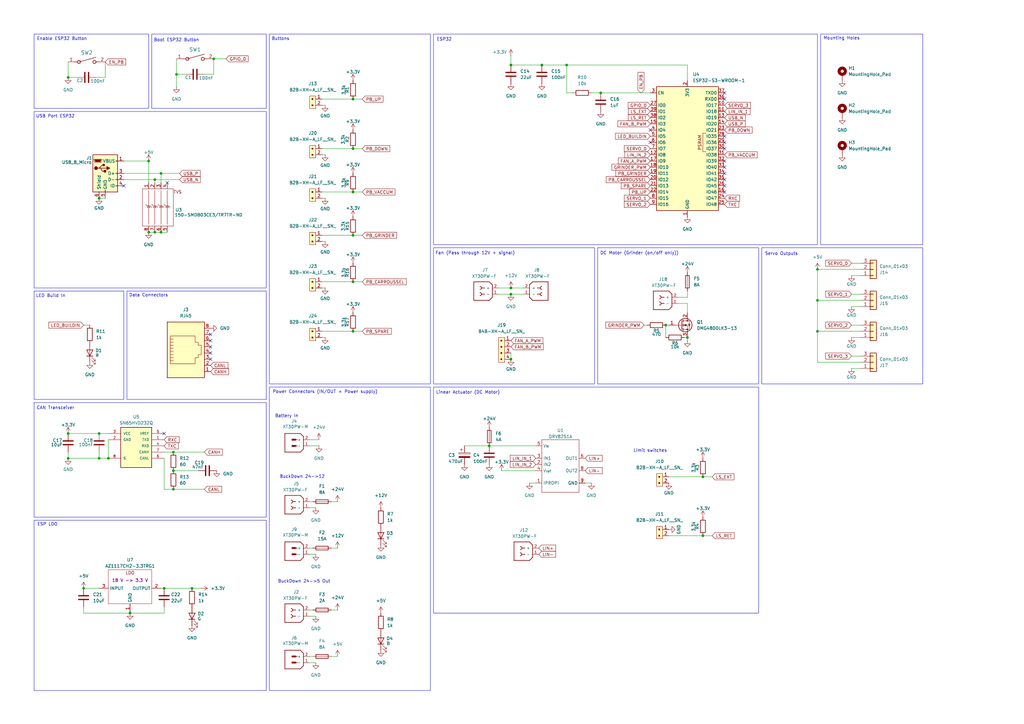
<source format=kicad_sch>
(kicad_sch (version 20231120) (generator "eeschema") (generator_version "8.0")
  (paper "A3")
  (title_block (title "Science Module") (date "2024-07-07") (rev "0") (company "Philippe Michaud"))
  (junction (at 246.38 38.1))
  (junction (at 222.25 26.67))
  (junction (at 78.74 241.3))
  (junction (at 144.78 40.64))
  (junction (at 67.31 241.3))
  (junction (at 60.96 95.25))
  (junction (at 144.78 78.74))
  (junction (at 71.12 193.04))
  (junction (at 44.45 187.96))
  (junction (at 335.28 135.89))
  (junction (at 27.94 177.8))
  (junction (at 53.34 251.46))
  (junction (at 66.04 95.25))
  (junction (at 144.78 96.52))
  (junction (at 71.12 200.66))
  (junction (at 273.05 133.35))
  (junction (at 281.94 138.43))
  (junction (at 60.96 66.04))
  (junction (at 144.78 60.96))
  (junction (at 40.64 81.28))
  (junction (at 209.55 120.65))
  (junction (at 72.39 30.48))
  (junction (at 40.64 187.96))
  (junction (at 209.55 26.67))
  (junction (at 335.28 123.19))
  (junction (at 209.55 118.11))
  (junction (at 27.94 31.75))
  (junction (at 63.5 95.25))
  (junction (at 87.63 24.13))
  (junction (at 144.78 115.57))
  (junction (at 288.29 195.58))
  (junction (at 66.04 71.12))
  (junction (at 200.66 182.88))
  (junction (at 71.12 185.42))
  (junction (at 34.29 241.3))
  (junction (at 232.41 26.67))
  (junction (at 27.94 187.96))
  (junction (at 63.5 73.66))
  (junction (at 144.78 135.89))
  (junction (at 335.28 110.49))
  (junction (at 209.55 147.32))
  (junction (at 288.29 219.71))
  (junction (at 40.64 177.8))
  (no_connect (at 266.7 53.34))
  (no_connect (at 266.7 58.42))
  (no_connect (at 67.31 177.8))
  (no_connect (at 297.18 40.64))
  (no_connect (at 297.18 73.66))
  (no_connect (at 86.36 147.32))
  (no_connect (at 297.18 58.42))
  (no_connect (at 297.18 71.12))
  (no_connect (at 50.8 76.2))
  (no_connect (at 297.18 38.1))
  (no_connect (at 297.18 76.2))
  (no_connect (at 68.58 74.93))
  (no_connect (at 86.36 142.24))
  (no_connect (at 297.18 55.88))
  (no_connect (at 297.18 68.58))
  (no_connect (at 86.36 137.16))
  (no_connect (at 86.36 139.7))
  (no_connect (at 86.36 144.78))
  (no_connect (at 297.18 60.96))
  (no_connect (at 297.18 78.74))
  (no_connect (at 297.18 66.04))
  (wire (pts (xy 138.43 224.79) (xy 135.89 224.79)))
  (wire (pts (xy 27.94 31.75) (xy 31.75 31.75)))
  (wire (pts (xy 92.71 24.13) (xy 87.63 24.13)))
  (wire (pts (xy 144.78 40.64) (xy 132.08 40.64)))
  (wire (pts (xy 63.5 73.66) (xy 73.66 73.66)))
  (wire (pts (xy 242.57 38.1) (xy 246.38 38.1)))
  (wire (pts (xy 66.04 71.12) (xy 66.04 74.93)))
  (wire (pts (xy 200.66 182.88) (xy 219.71 182.88)))
  (wire (pts (xy 144.78 115.57) (xy 132.08 115.57)))
  (wire (pts (xy 205.74 193.04) (xy 219.71 193.04)))
  (wire (pts (xy 292.1 195.58) (xy 288.29 195.58)))
  (wire (pts (xy 281.94 26.67) (xy 281.94 33.02)))
  (wire (pts (xy 278.13 121.92) (xy 281.94 121.92)))
  (wire (pts (xy 129.54 208.28) (xy 127 208.28)))
  (wire (pts (xy 138.43 205.74) (xy 135.89 205.74)))
  (wire (pts (xy 44.45 180.34) (xy 44.45 187.96)))
  (wire (pts (xy 128.27 269.24) (xy 127 269.24)))
  (wire (pts (xy 281.94 119.38) (xy 281.94 121.92)))
  (wire (pts (xy 133.35 63.5) (xy 132.08 63.5)))
  (wire (pts (xy 281.94 124.46) (xy 278.13 124.46)))
  (wire (pts (xy 129.54 227.33) (xy 127 227.33)))
  (wire (pts (xy 281.94 139.7) (xy 281.94 138.43)))
  (wire (pts (xy 353.06 133.35) (xy 349.25 133.35)))
  (wire (pts (xy 353.06 146.05) (xy 349.25 146.05)))
  (wire (pts (xy 335.28 110.49) (xy 335.28 123.19)))
  (wire (pts (xy 353.06 113.03) (xy 349.25 113.03)))
  (wire (pts (xy 72.39 35.56) (xy 72.39 30.48)))
  (wire (pts (xy 72.39 30.48) (xy 72.39 24.13)))
  (wire (pts (xy 209.55 144.78) (xy 209.55 147.32)))
  (wire (pts (xy 67.31 248.92) (xy 67.31 251.46)))
  (wire (pts (xy 280.67 138.43) (xy 281.94 138.43)))
  (wire (pts (xy 190.5 182.88) (xy 200.66 182.88)))
  (wire (pts (xy 209.55 118.11) (xy 214.63 118.11)))
  (wire (pts (xy 353.06 138.43) (xy 349.25 138.43)))
  (wire (pts (xy 66.04 71.12) (xy 73.66 71.12)))
  (wire (pts (xy 288.29 195.58) (xy 274.32 195.58)))
  (wire (pts (xy 209.55 26.67) (xy 222.25 26.67)))
  (wire (pts (xy 40.64 187.96) (xy 44.45 187.96)))
  (wire (pts (xy 60.96 66.04) (xy 60.96 74.93)))
  (wire (pts (xy 335.28 123.19) (xy 335.28 135.89)))
  (wire (pts (xy 50.8 71.12) (xy 66.04 71.12)))
  (wire (pts (xy 335.28 135.89) (xy 335.28 148.59)))
  (wire (pts (xy 133.35 81.28) (xy 132.08 81.28)))
  (wire (pts (xy 34.29 241.3) (xy 40.64 241.3)))
  (wire (pts (xy 83.82 30.48) (xy 87.63 30.48)))
  (wire (pts (xy 217.17 198.12) (xy 219.71 198.12)))
  (wire (pts (xy 67.31 251.46) (xy 53.34 251.46)))
  (wire (pts (xy 273.05 133.35) (xy 273.05 138.43)))
  (wire (pts (xy 246.38 38.1) (xy 266.7 38.1)))
  (wire (pts (xy 133.35 118.11) (xy 132.08 118.11)))
  (wire (pts (xy 222.25 26.67) (xy 232.41 26.67)))
  (wire (pts (xy 281.94 124.46) (xy 281.94 128.27)))
  (wire (pts (xy 87.63 30.48) (xy 87.63 24.13)))
  (wire (pts (xy 335.28 110.49) (xy 353.06 110.49)))
  (wire (pts (xy 71.12 200.66) (xy 67.31 200.66)))
  (wire (pts (xy 34.29 248.92) (xy 34.29 251.46)))
  (wire (pts (xy 204.47 118.11) (xy 209.55 118.11)))
  (wire (pts (xy 274.32 219.71) (xy 288.29 219.71)))
  (wire (pts (xy 82.55 241.3) (xy 78.74 241.3)))
  (wire (pts (xy 83.82 185.42) (xy 71.12 185.42)))
  (wire (pts (xy 353.06 107.95) (xy 349.25 107.95)))
  (wire (pts (xy 128.27 250.19) (xy 127 250.19)))
  (wire (pts (xy 132.08 96.52) (xy 144.78 96.52)))
  (wire (pts (xy 132.08 60.96) (xy 144.78 60.96)))
  (wire (pts (xy 53.34 251.46) (xy 34.29 251.46)))
  (wire (pts (xy 133.35 99.06) (xy 132.08 99.06)))
  (wire (pts (xy 67.31 200.66) (xy 67.31 187.96)))
  (wire (pts (xy 281.94 26.67) (xy 232.41 26.67)))
  (wire (pts (xy 353.06 125.73) (xy 349.25 125.73)))
  (wire (pts (xy 40.64 81.28) (xy 43.18 81.28)))
  (wire (pts (xy 27.94 25.4) (xy 27.94 31.75)))
  (wire (pts (xy 36.83 133.35) (xy 34.29 133.35)))
  (wire (pts (xy 78.74 241.3) (xy 67.31 241.3)))
  (wire (pts (xy 292.1 219.71) (xy 288.29 219.71)))
  (wire (pts (xy 66.04 95.25) (xy 68.58 95.25)))
  (wire (pts (xy 204.47 120.65) (xy 209.55 120.65)))
  (wire (pts (xy 144.78 135.89) (xy 132.08 135.89)))
  (wire (pts (xy 128.27 205.74) (xy 127 205.74)))
  (wire (pts (xy 83.82 200.66) (xy 71.12 200.66)))
  (wire (pts (xy 128.27 224.79) (xy 127 224.79)))
  (wire (pts (xy 67.31 185.42) (xy 71.12 185.42)))
  (wire (pts (xy 127 182.88) (xy 130.81 182.88)))
  (wire (pts (xy 138.43 250.19) (xy 135.89 250.19)))
  (wire (pts (xy 335.28 135.89) (xy 353.06 135.89)))
  (wire (pts (xy 60.96 95.25) (xy 63.5 95.25)))
  (wire (pts (xy 43.18 31.75) (xy 43.18 25.4)))
  (wire (pts (xy 242.57 198.12) (xy 240.03 198.12)))
  (wire (pts (xy 138.43 269.24) (xy 135.89 269.24)))
  (wire (pts (xy 129.54 271.78) (xy 127 271.78)))
  (wire (pts (xy 27.94 187.96) (xy 40.64 187.96)))
  (wire (pts (xy 148.59 135.89) (xy 144.78 135.89)))
  (wire (pts (xy 40.64 177.8) (xy 44.45 177.8)))
  (wire (pts (xy 27.94 177.8) (xy 40.64 177.8)))
  (wire (pts (xy 39.37 31.75) (xy 43.18 31.75)))
  (wire (pts (xy 144.78 78.74) (xy 132.08 78.74)))
  (wire (pts (xy 264.16 133.35) (xy 265.43 133.35)))
  (wire (pts (xy 130.81 180.34) (xy 127 180.34)))
  (wire (pts (xy 27.94 185.42) (xy 27.94 187.96)))
  (wire (pts (xy 232.41 26.67) (xy 232.41 38.1)))
  (wire (pts (xy 148.59 78.74) (xy 144.78 78.74)))
  (wire (pts (xy 50.8 66.04) (xy 60.96 66.04)))
  (wire (pts (xy 133.35 138.43) (xy 132.08 138.43)))
  (wire (pts (xy 232.41 38.1) (xy 234.95 38.1)))
  (wire (pts (xy 353.06 120.65) (xy 349.25 120.65)))
  (wire (pts (xy 81.28 193.04) (xy 71.12 193.04)))
  (wire (pts (xy 353.06 151.13) (xy 349.25 151.13)))
  (wire (pts (xy 209.55 120.65) (xy 214.63 120.65)))
  (wire (pts (xy 63.5 73.66) (xy 63.5 74.93)))
  (wire (pts (xy 144.78 60.96) (xy 148.59 60.96)))
  (wire (pts (xy 335.28 148.59) (xy 353.06 148.59)))
  (wire (pts (xy 129.54 252.73) (xy 127 252.73)))
  (wire (pts (xy 209.55 22.86) (xy 209.55 26.67)))
  (wire (pts (xy 144.78 96.52) (xy 148.59 96.52)))
  (wire (pts (xy 50.8 73.66) (xy 63.5 73.66)))
  (wire (pts (xy 148.59 115.57) (xy 144.78 115.57)))
  (wire (pts (xy 335.28 123.19) (xy 353.06 123.19)))
  (wire (pts (xy 40.64 185.42) (xy 40.64 187.96)))
  (wire (pts (xy 67.31 241.3) (xy 66.04 241.3)))
  (wire (pts (xy 148.59 40.64) (xy 144.78 40.64)))
  (wire (pts (xy 273.05 133.35) (xy 274.32 133.35)))
  (wire (pts (xy 63.5 95.25) (xy 66.04 95.25)))
  (wire (pts (xy 133.35 43.18) (xy 132.08 43.18)))
  (wire (pts (xy 76.2 30.48) (xy 72.39 30.48)))
  (rectangle (start 110.49 13.97) (end 176.53 157.48))
  (rectangle (start 62.23 13.97) (end 109.22 44.45))
  (rectangle (start 13.97 119.38) (end 50.8 163.83))
  (rectangle (start 177.8 13.97) (end 335.28 100.33))
  (rectangle (start 110.49 158.75) (end 176.53 283.21))
  (rectangle (start 336.55 13.97) (end 378.46 100.33))
  (rectangle (start 245.11 101.6) (end 311.15 157.48))
  (rectangle (start 13.97 45.72) (end 109.22 118.11))
  (rectangle (start 13.97 13.97) (end 60.96 44.45))
  (rectangle (start 177.8 101.6) (end 243.84 157.48))
  (rectangle (start 13.97 165.1) (end 109.22 212.09))
  (rectangle (start 177.8 158.75) (end 311.15 251.46))
  (rectangle (start 52.07 119.38) (end 109.22 163.83))
  (rectangle (start 13.97 213.36) (end 109.22 283.21))
  (rectangle (start 312.42 101.6) (end 378.46 157.48))
  (text "Boot ESP32 Button" (at 72.39 16.51 0) (effects (font (size 1.27 1.27))))
  (text "LED Build In" (at 14.732 121.412 0) (effects (font (size 1.27 1.27)) (justify left)))
  (text "Enable ESP32 Button" (at 25.4 16.002 0) (effects (font (size 1.27 1.27))))
  (text "Servo Outputs" (at 313.69 104.14 0) (effects (font (size 1.27 1.27)) (justify left)))
  (text "CAN Transceiver" (at 14.986 167.386 0) (effects (font (size 1.27 1.27)) (justify left)))
  (text "Limit switches" (at 266.7 184.912 0) (effects (font (size 1.27 1.27))))
  (text "DC Motor (Grinder (on/off only))" (at 246.126 103.886 0) (effects (font (size 1.27 1.27)) (justify left)))
  (text "Power Connectors (IN/OUT + Power supply)" (at 133.35 160.782 0) (effects (font (size 1.27 1.27))))
  (text "ESP LDO" (at 15.24 215.138 0) (effects (font (size 1.27 1.27)) (justify left)))
  (text "Buttons" (at 115.062 16.002 0) (effects (font (size 1.27 1.27))))
  (text "Data Connectors" (at 60.96 121.158 0) (effects (font (size 1.27 1.27))))
  (text "BuckDown 24->12" (at 123.952 195.58 0) (effects (font (size 1.27 1.27))))
  (text "BuckDown 24->5 Out" (at 124.714 238.506 0) (effects (font (size 1.27 1.27))))
  (text "Mounting Holes" (at 345.186 15.748 0) (effects (font (size 1.27 1.27))))
  (text "USB Port ESP32" (at 14.732 47.752 0) (effects (font (size 1.27 1.27)) (justify left)))
  (text "Fan (Pass through 12V + signal)" (at 178.562 103.886 0) (effects (font (size 1.27 1.27)) (justify left)))
  (text "Battery In" (at 117.602 170.688 0) (effects (font (size 1.27 1.27))))
  (text "Linear Actuator (DC Motor)" (at 178.816 161.036 0) (effects (font (size 1.27 1.27)) (justify left)))
  (text "ESP32" (at 179.07 16.256 0) (effects (font (size 1.27 1.27)) (justify left)))
  (global_label "CANH" (shape input) (at 86.36 152.4 0) (property "Intersheetrefs" "${INTERSHEET_REFS}" (effects (hide yes))))
  (global_label "PB_UP" (shape input) (at 148.59 40.64 0) (property "Intersheetrefs" "${INTERSHEET_REFS}" (effects (hide yes))))
  (global_label "SERVO_0" (shape input) (at 349.25 107.95 180) (property "Intersheetrefs" "${INTERSHEET_REFS}" (effects (hide yes))))
  (global_label "PB_CARROUSSEL" (shape input) (at 148.59 115.57 0) (property "Intersheetrefs" "${INTERSHEET_REFS}" (effects (hide yes))))
  (global_label "GRINDER_PWM" (shape input) (at 264.16 133.35 180) (property "Intersheetrefs" "${INTERSHEET_REFS}" (effects (hide yes))))
  (global_label "PB_DOWN" (shape input) (at 297.18 53.34 0) (property "Intersheetrefs" "${INTERSHEET_REFS}" (effects (hide yes))))
  (global_label "PB_DOWN" (shape input) (at 148.59 60.96 0) (property "Intersheetrefs" "${INTERSHEET_REFS}" (effects (hide yes))))
  (global_label "PB_VACCUM" (shape input) (at 297.18 63.5 0) (property "Intersheetrefs" "${INTERSHEET_REFS}" (effects (hide yes))))
  (global_label "LS_RET" (shape input) (at 266.7 48.26 180) (property "Intersheetrefs" "${INTERSHEET_REFS}" (effects (hide yes))))
  (global_label "PB_VACCUM" (shape input) (at 148.59 78.74 0) (property "Intersheetrefs" "${INTERSHEET_REFS}" (effects (hide yes))))
  (global_label "SERVO_1" (shape input) (at 266.7 81.28 180) (property "Intersheetrefs" "${INTERSHEET_REFS}" (effects (hide yes))))
  (global_label "RXC" (shape input) (at 297.18 81.28 0) (property "Intersheetrefs" "${INTERSHEET_REFS}" (effects (hide yes))))
  (global_label "LS_RET" (shape input) (at 292.1 219.71 0) (property "Intersheetrefs" "${INTERSHEET_REFS}" (effects (hide yes))))
  (global_label "USB_N" (shape input) (at 297.18 48.26 0) (property "Intersheetrefs" "${INTERSHEET_REFS}" (effects (hide yes))))
  (global_label "PB_GRINDER" (shape input) (at 266.7 71.12 180) (property "Intersheetrefs" "${INTERSHEET_REFS}" (effects (hide yes))))
  (global_label "USB_P" (shape input) (at 73.66 71.12 0) (property "Intersheetrefs" "${INTERSHEET_REFS}" (effects (hide yes))))
  (global_label "FAN_B_PWM" (shape input) (at 209.55 142.24 0) (property "Intersheetrefs" "${INTERSHEET_REFS}" (effects (hide yes))))
  (global_label "CANL" (shape input) (at 83.82 200.66 0) (property "Intersheetrefs" "${INTERSHEET_REFS}" (effects (hide yes))))
  (global_label "FAN_A_PWM" (shape input) (at 266.7 66.04 180) (property "Intersheetrefs" "${INTERSHEET_REFS}" (effects (hide yes))))
  (global_label "LIN_IN_1" (shape input) (at 219.71 187.96 180) (property "Intersheetrefs" "${INTERSHEET_REFS}" (effects (hide yes))))
  (global_label "CANL" (shape input) (at 86.36 149.86 0) (property "Intersheetrefs" "${INTERSHEET_REFS}" (effects (hide yes))))
  (global_label "SERVO_3" (shape input) (at 297.18 43.18 0) (property "Intersheetrefs" "${INTERSHEET_REFS}" (effects (hide yes))))
  (global_label "LIN_IN_2" (shape input) (at 219.71 190.5 180) (property "Intersheetrefs" "${INTERSHEET_REFS}" (effects (hide yes))))
  (global_label "SERVO_0" (shape input) (at 266.7 60.96 180) (property "Intersheetrefs" "${INTERSHEET_REFS}" (effects (hide yes))))
  (global_label "GPIO_0" (shape input) (at 92.71 24.13 0) (property "Intersheetrefs" "${INTERSHEET_REFS}" (effects (hide yes))))
  (global_label "FAN_A_PWM" (shape input) (at 209.55 139.7 0) (property "Intersheetrefs" "${INTERSHEET_REFS}" (effects (hide yes))))
  (global_label "RXC" (shape input) (at 67.31 180.34 0) (property "Intersheetrefs" "${INTERSHEET_REFS}" (effects (hide yes))))
  (global_label "SERVO_3" (shape input) (at 349.25 146.05 180) (property "Intersheetrefs" "${INTERSHEET_REFS}" (effects (hide yes))))
  (global_label "GPIO_0" (shape input) (at 266.7 43.18 180) (property "Intersheetrefs" "${INTERSHEET_REFS}" (effects (hide yes))))
  (global_label "LIN-" (shape input) (at 240.03 193.04 0) (property "Intersheetrefs" "${INTERSHEET_REFS}" (effects (hide yes))))
  (global_label "SERVO_1" (shape input) (at 349.25 120.65 180) (property "Intersheetrefs" "${INTERSHEET_REFS}" (effects (hide yes))))
  (global_label "LIN_IN_1" (shape input) (at 297.18 45.72 0) (property "Intersheetrefs" "${INTERSHEET_REFS}" (effects (hide yes))))
  (global_label "PB_UP" (shape input) (at 266.7 78.74 180) (property "Intersheetrefs" "${INTERSHEET_REFS}" (effects (hide yes))))
  (global_label "LS_EXT" (shape input) (at 266.7 45.72 180) (property "Intersheetrefs" "${INTERSHEET_REFS}" (effects (hide yes))))
  (global_label "LED_BUILDIN" (shape input) (at 34.29 133.35 180) (property "Intersheetrefs" "${INTERSHEET_REFS}" (effects (hide yes))))
  (global_label "TXC" (shape input) (at 67.31 182.88 0) (property "Intersheetrefs" "${INTERSHEET_REFS}" (effects (hide yes))))
  (global_label "USB_N" (shape input) (at 73.66 73.66 0) (property "Intersheetrefs" "${INTERSHEET_REFS}" (effects (hide yes))))
  (global_label "EN_PB" (shape input) (at 43.18 25.4 0) (property "Intersheetrefs" "${INTERSHEET_REFS}" (effects (hide yes))))
  (global_label "LIN+" (shape input) (at 240.03 187.96 0) (property "Intersheetrefs" "${INTERSHEET_REFS}" (effects (hide yes))))
  (global_label "EN_PB" (shape input) (at 262.89 38.1 90) (property "Intersheetrefs" "${INTERSHEET_REFS}" (effects (hide yes))))
  (global_label "PB_GRINDER" (shape input) (at 148.59 96.52 0) (property "Intersheetrefs" "${INTERSHEET_REFS}" (effects (hide yes))))
  (global_label "LIN_IN_2" (shape input) (at 266.7 63.5 180) (property "Intersheetrefs" "${INTERSHEET_REFS}" (effects (hide yes))))
  (global_label "SERVO_2" (shape input) (at 266.7 83.82 180) (property "Intersheetrefs" "${INTERSHEET_REFS}" (effects (hide yes))))
  (global_label "LS_EXT" (shape input) (at 292.1 195.58 0) (property "Intersheetrefs" "${INTERSHEET_REFS}" (effects (hide yes))))
  (global_label "PB_CARROUSSEL" (shape input) (at 266.7 73.66 180) (property "Intersheetrefs" "${INTERSHEET_REFS}" (effects (hide yes))))
  (global_label "CANH" (shape input) (at 83.82 185.42 0) (property "Intersheetrefs" "${INTERSHEET_REFS}" (effects (hide yes))))
  (global_label "PB_SPARE" (shape input) (at 148.59 135.89 0) (property "Intersheetrefs" "${INTERSHEET_REFS}" (effects (hide yes))))
  (global_label "TXC" (shape input) (at 297.18 83.82 0) (property "Intersheetrefs" "${INTERSHEET_REFS}" (effects (hide yes))))
  (global_label "LED_BUILDIN" (shape input) (at 266.7 55.88 180) (property "Intersheetrefs" "${INTERSHEET_REFS}" (effects (hide yes))))
  (global_label "SERVO_2" (shape input) (at 349.25 133.35 180) (property "Intersheetrefs" "${INTERSHEET_REFS}" (effects (hide yes))))
  (global_label "USB_P" (shape input) (at 297.18 50.8 0) (property "Intersheetrefs" "${INTERSHEET_REFS}" (effects (hide yes))))
  (global_label "GRINDER_PWM" (shape input) (at 266.7 68.58 180) (property "Intersheetrefs" "${INTERSHEET_REFS}" (effects (hide yes))))
  (global_label "LIN-" (shape input) (at 220.98 227.33 0) (property "Intersheetrefs" "${INTERSHEET_REFS}" (effects (hide yes))))
  (global_label "FAN_B_PWM" (shape input) (at 266.7 50.8 180) (property "Intersheetrefs" "${INTERSHEET_REFS}" (effects (hide yes))))
  (global_label "LIN+" (shape input) (at 220.98 224.79 0) (property "Intersheetrefs" "${INTERSHEET_REFS}" (effects (hide yes))))
  (global_label "PB_SPARE" (shape input) (at 266.7 76.2 180) (property "Intersheetrefs" "${INTERSHEET_REFS}" (effects (hide yes))))
  (symbol (lib_id "power:+3.3V") (at 144.78 53.34 0) (unit 1)
    (property "Reference" "#PWR06" (effects (hide yes)))
    (property "Value" "+3.3V" (at 144.78 49.784 0))
    (property "Description" "Power symbol creates a global label with name \"+3.3V\"" (effects (hide yes)))
  )
  (symbol (lib_id "Device:C") (at 27.94 181.61 0) (unit 1)
    (property "Reference" "C17" (at 21.59 180.594 0) (effects (justify left)))
    (property "Value" "10uF" (at 20.828 182.372 0) (effects (justify left)))
    (property "Footprint" "Capacitor_SMD:C_0805_2012Metric_Pad1.18x1.45mm_HandSolder" (effects (hide yes)))
    (property "Description" "Unpolarized capacitor" (effects (hide yes)))
  )
  (symbol (lib_id "power:GND") (at 129.54 271.78 0) (unit 1)
    (property "Reference" "#PWR021" (effects (hide yes)))
    (property "Value" "GND" (at 129.54 276.86 0))
    (property "Description" "Power symbol creates a global label with name \"GND\" , ground" (effects (hide yes)))
  )
  (symbol (lib_id "power:GND") (at 27.94 31.75 0) (unit 1)
    (property "Reference" "#PWR02" (effects (hide yes)))
    (property "Value" "GND" (at 27.94 36.83 0))
    (property "Description" "Power symbol creates a global label with name \"GND\" , ground" (effects (hide yes)))
  )
  (symbol (lib_id "Device:LED") (at 156.21 262.89 90) (unit 1)
    (property "Reference" "D4" (at 158.496 261.874 90) (effects (justify right)))
    (property "Value" "B" (at 158.496 263.906 90) (effects (justify right)))
    (property "Footprint" "LED_SMD:LED_0805_2012Metric_Pad1.15x1.40mm_HandSolder" (effects (hide yes)))
    (property "Datasheet" "https://www.we-online.com/components/products/datasheet/150080SS75000.pdf" (effects (hide yes)))
    (property "Description" "Light emitting diode | 150080SS75000" (effects (hide yes)))
  )
  (symbol (lib_id "power:GND") (at 242.57 198.12 0) (unit 1)
    (property "Reference" "#PWR052" (effects (hide yes)))
    (property "Value" "GND" (at 242.57 203.2 0))
    (property "Description" "Power symbol creates a global label with name \"GND\" , ground" (effects (hide yes)))
  )
  (symbol (lib_id "Device:R") (at 144.78 57.15 180) (unit 1)
    (property "Reference" "R2" (at 142.494 57.15 90))
    (property "Value" "3.3k" (at 140.716 57.15 90))
    (property "Footprint" "Resistor_SMD:R_0805_2012Metric_Pad1.20x1.40mm_HandSolder" (effects (hide yes)))
    (property "Description" "Resistor" (effects (hide yes)))
  )
  (symbol (lib_id "power:GND") (at 129.54 227.33 0) (unit 1)
    (property "Reference" "#PWR012" (effects (hide yes)))
    (property "Value" "GND" (at 129.54 232.41 0))
    (property "Description" "Power symbol creates a global label with name \"GND\" , ground" (effects (hide yes)))
  )
  (symbol (lib_id "power:GND") (at 88.9 193.04 0) (unit 1)
    (property "Reference" "#PWR032" (effects (hide yes)))
    (property "Value" "GND" (at 91.44 194.3099 0) (effects (justify left)))
    (property "Description" "Power symbol creates a global label with name \"GND\" , ground" (effects (hide yes)))
  )
  (symbol (lib_id "power:+3.3V") (at 82.55 241.3 270) (unit 1)
    (property "Reference" "#PWR040" (effects (hide yes)))
    (property "Value" "+3.3V" (at 86.36 241.2999 90) (effects (justify left)))
    (property "Description" "Power symbol creates a global label with name \"+3.3V\"" (effects (hide yes)))
  )
  (symbol (lib_id "power:GND") (at 60.96 95.25 0) (unit 1)
    (property "Reference" "#PWR018" (effects (hide yes)))
    (property "Value" "GND" (at 60.96 100.33 0))
    (property "Description" "Power symbol creates a global label with name \"GND\" , ground" (effects (hide yes)))
  )
  (symbol (lib_id "XT30PW-M:XT30PW-M") (at 124.46 269.24 0) (unit 1)
    (property "Reference" "J6" (at 120.65 261.62 0))
    (property "Value" "XT30PW-M" (at 121.158 263.906 0))
    (property "Footprint" "Connector_AMASS:AMASS_XT30PW-M_1x02_P2.50mm_Horizontal" (effects (hide yes)))
    (property "MF" "AMASS" (effects (hide yes)))
    (property "MAXIMUM_PACKAGE_HEIGHT" "5 mm" (effects (hide yes)))
    (property "Package" "None" (effects (hide yes)))
    (property "Price" "None" (effects (hide yes)))
    (property "Check_prices" "https://www.snapeda.com/parts/XT30PW-M/AMASS/view-part/?ref=eda" (effects (hide yes)))
    (property "STANDARD" "Manufacturer Recommendations" (effects (hide yes)))
    (property "PARTREV" "1.2" (effects (hide yes)))
    (property "SnapEDA_Link" "https://www.snapeda.com/parts/XT30PW-M/AMASS/view-part/?ref=snap" (effects (hide yes)))
    (property "MP" "XT30PW-M" (effects (hide yes)))
    (property "Description_1" "\nSocket; DC supply; XT30; male; PIN: 2; on PCBs; THT; Colour: yellow\n" (effects (hide yes)))
    (property "MANUFACTURER" "Amass" (effects (hide yes)))
    (property "Availability" "Not in stock" (effects (hide yes)))
    (property "SNAPEDA_PN" "XT30PW-M" (effects (hide yes)))
  )
  (symbol (lib_id "Custom:TVS_-_150-SMDB03CE3/TR7TR-ND") (at 64.77 85.09 0) (unit 1)
    (property "Reference" "U3" (at 71.882 86.106 0) (effects (justify left)))
    (property "Value" "150-SMDB03CE3/TR7TR-ND" (at 71.628 88.138 0) (effects (justify left)))
    (property "Footprint" "Package_SO:SOIC-8-1EP_3.9x4.9mm_P1.27mm_EP2.29x3mm" (effects (hide yes)))
    (property "Datasheet" "150-SMDB03CE3/TR7TR-ND" (effects (hide yes)))
  )
  (symbol (lib_id "Device:R") (at 288.29 191.77 0) (mirror x) (unit 1)
    (property "Reference" "R3" (at 286.004 191.77 90))
    (property "Value" "3.3k" (at 284.48 191.77 90))
    (property "Footprint" "Resistor_SMD:R_0805_2012Metric_Pad1.20x1.40mm_HandSolder" (effects (hide yes)))
    (property "Description" "Resistor" (effects (hide yes)))
  )
  (symbol (lib_id "power:+7.5V") (at 27.94 177.8 0) (unit 1)
    (property "Reference" "#PWR030" (effects (hide yes)))
    (property "Value" "+3.3V" (at 27.94 174.244 0))
    (property "Description" "Power symbol creates a global label with name \"+7.5V\"" (effects (hide yes)))
  )
  (symbol (lib_id "power:+3.3V") (at 144.78 33.02 0) (unit 1)
    (property "Reference" "#PWR01" (effects (hide yes)))
    (property "Value" "+3.3V" (at 144.78 29.464 0))
    (property "Description" "Power symbol creates a global label with name \"+3.3V\"" (effects (hide yes)))
  )
  (symbol (lib_id "Device:C") (at 67.31 245.11 0) (unit 1)
    (property "Reference" "C22" (at 70.104 243.84 0) (effects (justify left)))
    (property "Value" "22uF" (at 70.104 246.38 0) (effects (justify left)))
    (property "Footprint" "Capacitor_SMD:C_0805_2012Metric_Pad1.18x1.45mm_HandSolder" (effects (hide yes)))
    (property "Description" "Unpolarized capacitor" (effects (hide yes)))
  )
  (symbol (lib_id "power:+3.3V") (at 288.29 187.96 0) (unit 1)
    (property "Reference" "#PWR037" (effects (hide yes)))
    (property "Value" "+3.3V" (at 288.29 184.404 0))
    (property "Description" "Power symbol creates a global label with name \"+3.3V\"" (effects (hide yes)))
  )
  (symbol (lib_id "Device:R") (at 238.76 38.1 90) (unit 1)
    (property "Reference" "R10" (at 238.76 31.75 90))
    (property "Value" "10k" (at 238.76 34.29 90))
    (property "Footprint" "Resistor_SMD:R_0805_2012Metric_Pad1.20x1.40mm_HandSolder" (effects (hide yes)))
    (property "Description" "Resistor" (effects (hide yes)))
  )
  (symbol (lib_id "dk_Rectangular-Connectors-Headers-Male-Pins:B2B-XH-A_LF__SN_") (at 129.54 40.64 270) (unit 1)
    (property "Reference" "J13" (at 128.27 34.29 90))
    (property "Value" "B2B-XH-A_LF__SN_" (at 128.27 36.83 90))
    (property "Footprint" "Connector_JST:JST_XH_B2B-XH-A_1x02_P2.50mm_Vertical" (effects (hide yes)))
    (property "Datasheet" "http://www.jst-mfg.com/product/pdf/eng/eXH.pdf" (effects (hide yes)))
    (property "Description" "CONN HEADER VERT 2POS 2.5MM" (effects (hide yes)))
    (property "Digi-Key_PN" "455-2247-ND" (effects (hide yes)))
    (property "MPN" "B2B-XH-A(LF)(SN)" (effects (hide yes)))
    (property "Category" "Connectors, Interconnects" (effects (hide yes)))
    (property "Family" "Rectangular Connectors - Headers, Male Pins" (effects (hide yes)))
    (property "DK_Datasheet_Link" "http://www.jst-mfg.com/product/pdf/eng/eXH.pdf" (effects (hide yes)))
    (property "DK_Detail_Page" "/product-detail/en/jst-sales-america-inc/B2B-XH-A(LF)(SN)/455-2247-ND/1651045" (effects (hide yes)))
    (property "Description_1" "CONN HEADER VERT 2POS 2.5MM" (effects (hide yes)))
    (property "Manufacturer" "JST Sales America Inc." (effects (hide yes)))
    (property "Status" "Active" (effects (hide yes)))
  )
  (symbol (lib_id "Device:R") (at 144.78 111.76 0) (unit 1)
    (property "Reference" "R16" (at 142.494 111.76 90))
    (property "Value" "3.3k" (at 140.97 111.76 90))
    (property "Footprint" "Resistor_SMD:R_0805_2012Metric_Pad1.20x1.40mm_HandSolder" (effects (hide yes)))
    (property "Description" "Resistor" (effects (hide yes)))
  )
  (symbol (lib_id "Device:C") (at 40.64 181.61 0) (unit 1)
    (property "Reference" "C18" (at 34.29 180.594 0) (effects (justify left)))
    (property "Value" "100nF" (at 32.258 182.372 0) (effects (justify left)))
    (property "Footprint" "Capacitor_SMD:C_0805_2012Metric_Pad1.18x1.45mm_HandSolder" (effects (hide yes)))
    (property "Description" "Unpolarized capacitor" (effects (hide yes)))
  )
  (symbol (lib_id "power:GND") (at 222.25 34.29 0) (unit 1)
    (property "Reference" "#PWR023" (effects (hide yes)))
    (property "Value" "GND" (at 222.25 39.37 0))
    (property "Description" "Power symbol creates a global label with name \"GND\" , ground" (effects (hide yes)))
  )
  (symbol (lib_id "power:GND") (at 209.55 34.29 0) (unit 1)
    (property "Reference" "#PWR022" (effects (hide yes)))
    (property "Value" "GND" (at 209.55 39.37 0))
    (property "Description" "Power symbol creates a global label with name \"GND\" , ground" (effects (hide yes)))
  )
  (symbol (lib_id "dk_Rectangular-Connectors-Headers-Male-Pins:B2B-XH-A_LF__SN_") (at 129.54 115.57 270) (unit 1)
    (property "Reference" "J23" (at 128.27 109.22 90))
    (property "Value" "B2B-XH-A_LF__SN_" (at 128.27 111.76 90))
    (property "Footprint" "Connector_JST:JST_XH_B2B-XH-A_1x02_P2.50mm_Vertical" (effects (hide yes)))
    (property "Datasheet" "http://www.jst-mfg.com/product/pdf/eng/eXH.pdf" (effects (hide yes)))
    (property "Description" "CONN HEADER VERT 2POS 2.5MM" (effects (hide yes)))
    (property "Digi-Key_PN" "455-2247-ND" (effects (hide yes)))
    (property "MPN" "B2B-XH-A(LF)(SN)" (effects (hide yes)))
    (property "Category" "Connectors, Interconnects" (effects (hide yes)))
    (property "Family" "Rectangular Connectors - Headers, Male Pins" (effects (hide yes)))
    (property "DK_Datasheet_Link" "http://www.jst-mfg.com/product/pdf/eng/eXH.pdf" (effects (hide yes)))
    (property "DK_Detail_Page" "/product-detail/en/jst-sales-america-inc/B2B-XH-A(LF)(SN)/455-2247-ND/1651045" (effects (hide yes)))
    (property "Description_1" "CONN HEADER VERT 2POS 2.5MM" (effects (hide yes)))
    (property "Manufacturer" "JST Sales America Inc." (effects (hide yes)))
    (property "Status" "Active" (effects (hide yes)))
  )
  (symbol (lib_id "Transistor_FET:RS9N50D") (at 279.4 133.35 0) (unit 1)
    (property "Reference" "Q1" (at 285.75 132.0799 0) (effects (justify left)))
    (property "Value" "DMG4800LK3-13" (at 285.75 134.6199 0) (effects (justify left)))
    (property "Footprint" "Package_TO_SOT_SMD:TO-252-2" (effects (hide yes)))
    (property "Description" "30V, 10A (Ta) " (effects (hide yes)))
  )
  (symbol (lib_id "Device:C") (at 246.38 41.91 0) (unit 1)
    (property "Reference" "C16" (at 250.19 40.6399 0) (effects (justify left)))
    (property "Value" "1uF" (at 250.19 43.1799 0) (effects (justify left)))
    (property "Footprint" "Capacitor_SMD:C_0805_2012Metric_Pad1.18x1.45mm_HandSolder" (effects (hide yes)))
    (property "Description" "Unpolarized capacitor" (effects (hide yes)))
  )
  (symbol (lib_id "Device:Fuse") (at 132.08 224.79 90) (unit 1)
    (property "Reference" "F2" (at 132.08 218.44 90))
    (property "Value" "15A" (at 132.08 220.98 90))
    (property "Footprint" "3568-20:FUSE_3568-20" (effects (hide yes)))
    (property "Description" "Fuse" (effects (hide yes)))
  )
  (symbol (lib_id "power:GND") (at 217.17 198.12 0) (unit 1)
    (property "Reference" "#PWR051" (effects (hide yes)))
    (property "Value" "GND" (at 217.17 203.2 0))
    (property "Description" "Power symbol creates a global label with name \"GND\" , ground" (effects (hide yes)))
  )
  (symbol (lib_id "power:+5V") (at 156.21 251.46 0) (unit 1)
    (property "Reference" "#PWR059" (effects (hide yes)))
    (property "Value" "+5V" (at 156.21 246.38 0))
    (property "Description" "Power symbol creates a global label with name \"+5V\"" (effects (hide yes)))
  )
  (symbol (lib_id "Device:Fuse") (at 132.08 205.74 90) (unit 1)
    (property "Reference" "F1" (at 132.08 199.39 90))
    (property "Value" "8A" (at 132.08 201.93 90))
    (property "Footprint" "3568-20:FUSE_3568-20" (effects (hide yes)))
    (property "Description" "Fuse" (effects (hide yes)))
  )
  (symbol (lib_id "power:GND") (at 133.35 138.43 0) (unit 1)
    (property "Reference" "#PWR068" (effects (hide yes)))
    (property "Value" "GND" (at 131.318 142.748 0) (effects (justify left)))
    (property "Description" "Power symbol creates a global label with name \"GND\" , ground" (effects (hide yes)))
  )
  (symbol (lib_id "Connector_Generic:Conn_01x03") (at 358.14 123.19 0) (mirror x) (unit 1)
    (property "Reference" "J15" (at 360.68 124.4601 0) (effects (justify left)))
    (property "Value" "Conn_01x03" (at 360.68 121.9201 0) (effects (justify left)))
    (property "Footprint" "Connector_PinHeader_2.54mm:PinHeader_1x03_P2.54mm_Vertical" (effects (hide yes)))
    (property "Description" "Generic connector, single row, 01x03, script generated (kicad-library-utils/schlib/autogen/connector/)" (effects (hide yes)))
  )
  (symbol (lib_id "Device:LED") (at 36.83 144.78 90) (unit 1)
    (property "Reference" "D1" (at 39.116 143.764 90) (effects (justify right)))
    (property "Value" "R" (at 39.116 145.796 90) (effects (justify right)))
    (property "Footprint" "LED_SMD:LED_0805_2012Metric_Pad1.15x1.40mm_HandSolder" (effects (hide yes)))
    (property "Datasheet" "https://www.we-online.com/components/products/datasheet/150080SS75000.pdf" (effects (hide yes)))
    (property "Description" "Light emitting diode | 150080SS75000" (effects (hide yes)))
  )
  (symbol (lib_id "RF_Module:ESP32-S3-WROOM-1") (at 281.94 60.96 0) (unit 1)
    (property "Reference" "U4" (at 284.1341 30.48 0) (effects (justify left)))
    (property "Value" "ESP32-S3-WROOM-1" (at 284.1341 33.02 0) (effects (justify left)))
    (property "Footprint" "RF_Module:ESP32-S3-WROOM-1" (effects (hide yes)))
    (property "Datasheet" "https://www.espressif.com/sites/default/files/documentation/esp32-s3-wroom-1_wroom-1u_datasheet_en.pdf" (effects (hide yes)))
    (property "Description" "RF Module, ESP32-S3 SoC, Wi-Fi 802.11b/g/n, Bluetooth, BLE, 32-bit, 3.3V, onboard antenna, SMD" (effects (hide yes)))
  )
  (symbol (lib_id "power:GND") (at 133.35 63.5 0) (unit 1)
    (property "Reference" "#PWR08" (effects (hide yes)))
    (property "Value" "GND" (at 131.318 67.818 0) (effects (justify left)))
    (property "Description" "Power symbol creates a global label with name \"GND\" , ground" (effects (hide yes)))
  )
  (symbol (lib_id "power:+7.5V") (at 205.74 193.04 0) (unit 1)
    (property "Reference" "#PWR050" (effects (hide yes)))
    (property "Value" "+3.3V" (at 205.74 189.484 0))
    (property "Description" "Power symbol creates a global label with name \"+7.5V\"" (effects (hide yes)))
  )
  (symbol (lib_id "power:GND") (at 133.35 118.11 0) (unit 1)
    (property "Reference" "#PWR065" (effects (hide yes)))
    (property "Value" "GND" (at 131.318 122.428 0) (effects (justify left)))
    (property "Description" "Power symbol creates a global label with name \"GND\" , ground" (effects (hide yes)))
  )
  (symbol (lib_id "power:GND") (at 40.64 81.28 0) (unit 1)
    (property "Reference" "#PWR015" (effects (hide yes)))
    (property "Value" "GND" (at 40.64 85.344 0))
    (property "Description" "Power symbol creates a global label with name \"GND\" , ground" (effects (hide yes)))
  )
  (symbol (lib_id "power:GND") (at 349.25 113.03 0) (unit 1)
    (property "Reference" "#PWR045" (effects (hide yes)))
    (property "Value" "GND" (at 349.25 116.586 0))
    (property "Description" "Power symbol creates a global label with name \"GND\" , ground" (effects (hide yes)))
  )
  (symbol (lib_id "power:+5V") (at 138.43 269.24 0) (unit 1)
    (property "Reference" "#PWR017" (effects (hide yes)))
    (property "Value" "+5V" (at 138.43 264.16 0))
    (property "Description" "Power symbol creates a global label with name \"+5V\"" (effects (hide yes)))
  )
  (symbol (lib_id "power:GND") (at 86.36 134.62 90) (unit 1)
    (property "Reference" "#PWR025" (effects (hide yes)))
    (property "Value" "GND" (at 90.17 134.6199 90) (effects (justify right)))
    (property "Description" "Power symbol creates a global label with name \"GND\" , ground" (effects (hide yes)))
  )
  (symbol (lib_id "XT30PW-F:XT30PW-F") (at 217.17 120.65 180) (unit 1)
    (property "Reference" "J8" (at 218.948 110.744 0) (effects (justify right)))
    (property "Value" "XT30PW-F" (at 215.392 113.284 0) (effects (justify right)))
    (property "Footprint" "Connector_AMASS:AMASS_XT30PW-F_1x02_P2.50mm_Horizontal" (effects (hide yes)))
    (property "MF" "amass" (effects (hide yes)))
    (property "MAXIMUM_PACKAGE_HEIGHT" "5 mm" (effects (hide yes)))
    (property "Package" "None" (effects (hide yes)))
    (property "Price" "None" (effects (hide yes)))
    (property "Check_prices" "https://www.snapeda.com/parts/XT30PW-F/AMASS/view-part/?ref=eda" (effects (hide yes)))
    (property "STANDARD" "Manufacturer Recommendations" (effects (hide yes)))
    (property "PARTREV" "1.2" (effects (hide yes)))
    (property "SnapEDA_Link" "https://www.snapeda.com/parts/XT30PW-F/AMASS/view-part/?ref=snap" (effects (hide yes)))
    (property "MP" "XT30PW-F" (effects (hide yes)))
    (property "Description_1" "\nSocket; DC supply; XT30; female; PIN: 2; on PCBs; THT; yellow; 15A\n" (effects (hide yes)))
    (property "MANUFACTURER" "Amass" (effects (hide yes)))
    (property "Availability" "Not in stock" (effects (hide yes)))
    (property "SNAPEDA_PN" "XT30PW-F" (effects (hide yes)))
  )
  (symbol (lib_id "TS09_63_25_WT_160_SMT_TR:TS09-63-25-WT-160-SMT-TR") (at 72.39 24.13 0) (unit 1)
    (property "Reference" "SW1" (at 80.01 20.32 0) (effects (font (size 1.524 1.524))))
    (property "Value" "TS09-63-25-WT-160-SMT-TR" (effects (hide yes)))
    (property "Footprint" "TS09_63_25_WT_160_SMT_TR:SW_TS09-63-25_CUD" (effects (hide yes)))
    (property "Datasheet" "TS09-63-25-WT-160-SMT-TR" (effects (hide yes)))
  )
  (symbol (lib_id "power:GND") (at 349.25 138.43 0) (unit 1)
    (property "Reference" "#PWR053" (effects (hide yes)))
    (property "Value" "GND" (at 349.25 141.986 0))
    (property "Description" "Power symbol creates a global label with name \"GND\" , ground" (effects (hide yes)))
  )
  (symbol (lib_id "XT30PW-F:XT30PW-F") (at 124.46 252.73 0) (mirror x) (unit 1)
    (property "Reference" "J2" (at 122.682 242.824 0) (effects (justify right)))
    (property "Value" "XT30PW-F" (at 126.238 245.364 0) (effects (justify right)))
    (property "Footprint" "Connector_AMASS:AMASS_XT30PW-F_1x02_P2.50mm_Horizontal" (effects (hide yes)))
    (property "MF" "amass" (effects (hide yes)))
    (property "MAXIMUM_PACKAGE_HEIGHT" "5 mm" (effects (hide yes)))
    (property "Package" "None" (effects (hide yes)))
    (property "Price" "None" (effects (hide yes)))
    (property "Check_prices" "https://www.snapeda.com/parts/XT30PW-F/AMASS/view-part/?ref=eda" (effects (hide yes)))
    (property "STANDARD" "Manufacturer Recommendations" (effects (hide yes)))
    (property "PARTREV" "1.2" (effects (hide yes)))
    (property "SnapEDA_Link" "https://www.snapeda.com/parts/XT30PW-F/AMASS/view-part/?ref=snap" (effects (hide yes)))
    (property "MP" "XT30PW-F" (effects (hide yes)))
    (property "Description_1" "\nSocket; DC supply; XT30; female; PIN: 2; on PCBs; THT; yellow; 15A\n" (effects (hide yes)))
    (property "MANUFACTURER" "Amass" (effects (hide yes)))
    (property "Availability" "Not in stock" (effects (hide yes)))
    (property "SNAPEDA_PN" "XT30PW-F" (effects (hide yes)))
  )
  (symbol (lib_id "XT30PW-F:XT30PW-F") (at 201.93 120.65 0) (mirror x) (unit 1)
    (property "Reference" "J7" (at 200.152 110.744 0) (effects (justify right)))
    (property "Value" "XT30PW-F" (at 203.708 113.284 0) (effects (justify right)))
    (property "Footprint" "Connector_AMASS:AMASS_XT30PW-F_1x02_P2.50mm_Horizontal" (effects (hide yes)))
    (property "MF" "amass" (effects (hide yes)))
    (property "MAXIMUM_PACKAGE_HEIGHT" "5 mm" (effects (hide yes)))
    (property "Package" "None" (effects (hide yes)))
    (property "Price" "None" (effects (hide yes)))
    (property "Check_prices" "https://www.snapeda.com/parts/XT30PW-F/AMASS/view-part/?ref=eda" (effects (hide yes)))
    (property "STANDARD" "Manufacturer Recommendations" (effects (hide yes)))
    (property "PARTREV" "1.2" (effects (hide yes)))
    (property "SnapEDA_Link" "https://www.snapeda.com/parts/XT30PW-F/AMASS/view-part/?ref=snap" (effects (hide yes)))
    (property "MP" "XT30PW-F" (effects (hide yes)))
    (property "Description_1" "\nSocket; DC supply; XT30; female; PIN: 2; on PCBs; THT; yellow; 15A\n" (effects (hide yes)))
    (property "MANUFACTURER" "Amass" (effects (hide yes)))
    (property "Availability" "Not in stock" (effects (hide yes)))
    (property "SNAPEDA_PN" "XT30PW-F" (effects (hide yes)))
  )
  (symbol (lib_id "Device:Fuse") (at 281.94 115.57 0) (unit 1)
    (property "Reference" "F5" (at 284.48 114.2999 0) (effects (justify left)))
    (property "Value" "8A" (at 284.48 116.8399 0) (effects (justify left)))
    (property "Footprint" "3568-20:FUSE_3568-20" (effects (hide yes)))
    (property "Description" "Fuse" (effects (hide yes)))
  )
  (symbol (lib_id "dk_Rectangular-Connectors-Headers-Male-Pins:B4B-XH-A_LF__SN_") (at 207.01 139.7 270) (unit 1)
    (property "Reference" "J19" (at 205.74 133.35 90))
    (property "Value" "B4B-XH-A_LF__SN_" (at 205.74 135.89 90))
    (property "Footprint" "Connector_JST:JST_XH_B4B-XH-A_1x04_P2.50mm_Vertical" (effects (hide yes)))
    (property "Datasheet" "http://www.jst-mfg.com/product/pdf/eng/eXH.pdf" (effects (hide yes)))
    (property "Description" "CONN HEADER VERT 4POS 2.5MM" (effects (hide yes)))
    (property "Digi-Key_PN" "455-2249-ND" (effects (hide yes)))
    (property "MPN" "B4B-XH-A(LF)(SN)" (effects (hide yes)))
    (property "Category" "Connectors, Interconnects" (effects (hide yes)))
    (property "Family" "Rectangular Connectors - Headers, Male Pins" (effects (hide yes)))
    (property "DK_Datasheet_Link" "http://www.jst-mfg.com/product/pdf/eng/eXH.pdf" (effects (hide yes)))
    (property "DK_Detail_Page" "/product-detail/en/jst-sales-america-inc/B4B-XH-A(LF)(SN)/455-2249-ND/1651047" (effects (hide yes)))
    (property "Description_1" "CONN HEADER VERT 4POS 2.5MM" (effects (hide yes)))
    (property "Manufacturer" "JST Sales America Inc." (effects (hide yes)))
    (property "Status" "Active" (effects (hide yes)))
  )
  (symbol (lib_id "power:GND") (at 345.44 63.5 0) (unit 1)
    (property "Reference" "#PWR034" (effects (hide yes)))
    (property "Value" "GND" (at 345.44 68.58 0))
    (property "Description" "Power symbol creates a global label with name \"GND\" , ground" (effects (hide yes)))
  )
  (symbol (lib_id "power:+3.3V") (at 144.78 71.12 0) (unit 1)
    (property "Reference" "#PWR063" (effects (hide yes)))
    (property "Value" "+3.3V" (at 144.78 67.564 0))
    (property "Description" "Power symbol creates a global label with name \"+3.3V\"" (effects (hide yes)))
  )
  (symbol (lib_id "power:GND") (at 133.35 43.18 0) (unit 1)
    (property "Reference" "#PWR03" (effects (hide yes)))
    (property "Value" "GND" (at 131.318 47.498 0) (effects (justify left)))
    (property "Description" "Power symbol creates a global label with name \"GND\" , ground" (effects (hide yes)))
  )
  (symbol (lib_id "power:+3.3V") (at 144.78 128.27 0) (unit 1)
    (property "Reference" "#PWR035" (effects (hide yes)))
    (property "Value" "+3.3V" (at 144.78 124.714 0))
    (property "Description" "Power symbol creates a global label with name \"+3.3V\"" (effects (hide yes)))
  )
  (symbol (lib_id "Device:R") (at 269.24 133.35 270) (mirror x) (unit 1)
    (property "Reference" "R5" (at 269.24 135.636 90))
    (property "Value" "470" (at 269.24 137.16 90))
    (property "Footprint" "Resistor_SMD:R_0805_2012Metric_Pad1.20x1.40mm_HandSolder" (effects (hide yes)))
    (property "Description" "Resistor" (effects (hide yes)))
  )
  (symbol (lib_id "power:GND") (at 345.44 48.26 0) (unit 1)
    (property "Reference" "#PWR036" (effects (hide yes)))
    (property "Value" "GND" (at 345.44 53.34 0))
    (property "Description" "Power symbol creates a global label with name \"GND\" , ground" (effects (hide yes)))
  )
  (symbol (lib_id "Device:R") (at 78.74 245.11 180) (unit 1)
    (property "Reference" "R14" (at 81.28 243.8399 0) (effects (justify right)))
    (property "Value" "1k" (at 81.28 246.3799 0) (effects (justify right)))
    (property "Footprint" "Resistor_SMD:R_0805_2012Metric_Pad1.20x1.40mm_HandSolder" (effects (hide yes)))
    (property "Description" "Resistor" (effects (hide yes)))
  )
  (symbol (lib_id "power:+7.5V") (at 281.94 111.76 0) (unit 1)
    (property "Reference" "#PWR056" (effects (hide yes)))
    (property "Value" "+24V" (at 281.94 108.204 0))
    (property "Description" "Power symbol creates a global label with name \"+7.5V\"" (effects (hide yes)))
  )
  (symbol (lib_id "Device:R") (at 36.83 137.16 180) (unit 1)
    (property "Reference" "R11" (at 39.37 135.8899 0) (effects (justify right)))
    (property "Value" "1k" (at 39.37 138.4299 0) (effects (justify right)))
    (property "Footprint" "Resistor_SMD:R_0805_2012Metric_Pad1.20x1.40mm_HandSolder" (effects (hide yes)))
    (property "Description" "Resistor" (effects (hide yes)))
  )
  (symbol (lib_id "Device:R") (at 288.29 215.9 0) (mirror x) (unit 1)
    (property "Reference" "R4" (at 286.004 215.9 90))
    (property "Value" "3.3k" (at 284.48 215.9 90))
    (property "Footprint" "Resistor_SMD:R_0805_2012Metric_Pad1.20x1.40mm_HandSolder" (effects (hide yes)))
    (property "Description" "Resistor" (effects (hide yes)))
  )
  (symbol (lib_id "Device:LED") (at 78.74 252.73 90) (unit 1)
    (property "Reference" "D2" (at 81.026 251.714 90) (effects (justify right)))
    (property "Value" "G" (at 81.026 253.746 90) (effects (justify right)))
    (property "Footprint" "LED_SMD:LED_0805_2012Metric_Pad1.15x1.40mm_HandSolder" (effects (hide yes)))
    (property "Datasheet" "https://www.we-online.com/components/products/datasheet/150080SS75000.pdf" (effects (hide yes)))
    (property "Description" "Light emitting diode | 150080SS75000" (effects (hide yes)))
  )
  (symbol (lib_id "power:+3.3V") (at 144.78 88.9 0) (unit 1)
    (property "Reference" "#PWR064" (effects (hide yes)))
    (property "Value" "+3.3V" (at 144.78 85.344 0))
    (property "Description" "Power symbol creates a global label with name \"+3.3V\"" (effects (hide yes)))
  )
  (symbol (lib_id "power:GND") (at 133.35 81.28 0) (unit 1)
    (property "Reference" "#PWR061" (effects (hide yes)))
    (property "Value" "GND" (at 131.318 85.598 0) (effects (justify left)))
    (property "Description" "Power symbol creates a global label with name \"GND\" , ground" (effects (hide yes)))
  )
  (symbol (lib_id "power:GND") (at 349.25 125.73 0) (unit 1)
    (property "Reference" "#PWR046" (effects (hide yes)))
    (property "Value" "GND" (at 349.25 129.286 0))
    (property "Description" "Power symbol creates a global label with name \"GND\" , ground" (effects (hide yes)))
  )
  (symbol (lib_id "power:+5V") (at 60.96 66.04 0) (unit 1)
    (property "Reference" "#PWR010" (effects (hide yes)))
    (property "Value" "+5V" (at 58.928 62.484 0) (effects (justify left)))
    (property "Description" "Power symbol creates a global label with name \"+5V\"" (effects (hide yes)))
  )
  (symbol (lib_id "power:+3.3V") (at 144.78 107.95 0) (unit 1)
    (property "Reference" "#PWR067" (effects (hide yes)))
    (property "Value" "+3.3V" (at 144.78 104.394 0))
    (property "Description" "Power symbol creates a global label with name \"+3.3V\"" (effects (hide yes)))
  )
  (symbol (lib_id "power:GND") (at 246.38 45.72 0) (unit 1)
    (property "Reference" "#PWR024" (effects (hide yes)))
    (property "Value" "GND" (at 246.38 50.8 0))
    (property "Description" "Power symbol creates a global label with name \"GND\" , ground" (effects (hide yes)))
  )
  (symbol (lib_id "Device:R") (at 71.12 189.23 180) (unit 1)
    (property "Reference" "R12" (at 73.66 187.9599 0) (effects (justify right)))
    (property "Value" "60" (at 73.66 190.4999 0) (effects (justify right)))
    (property "Footprint" "Resistor_SMD:R_0805_2012Metric_Pad1.20x1.40mm_HandSolder" (effects (hide yes)))
    (property "Description" "Resistor" (effects (hide yes)))
  )
  (symbol (lib_id "power:GND") (at 281.94 139.7 0) (unit 1)
    (property "Reference" "#PWR055" (effects (hide yes)))
    (property "Value" "GND" (at 281.94 144.78 0))
    (property "Description" "Power symbol creates a global label with name \"GND\" , ground" (effects (hide yes)))
  )
  (symbol (lib_id "power:GND") (at 133.35 99.06 0) (unit 1)
    (property "Reference" "#PWR062" (effects (hide yes)))
    (property "Value" "GND" (at 131.318 103.378 0) (effects (justify left)))
    (property "Description" "Power symbol creates a global label with name \"GND\" , ground" (effects (hide yes)))
  )
  (symbol (lib_id "Device:C_Polarized") (at 190.5 186.69 0) (unit 1)
    (property "Reference" "C3" (at 183.896 186.69 0) (effects (justify left)))
    (property "Value" "470uF" (at 183.896 189.23 0) (effects (justify left)))
    (property "Footprint" "Capacitor_THT:CP_Radial_D8.0mm_P3.50mm" (effects (hide yes)))
    (property "Description" "EEU-FR1V471L" (effects (hide yes)))
  )
  (symbol (lib_id "Custom:LDO_3") (at 53.34 229.87 0) (unit 1)
    (property "Reference" "U7" (at 53.34 229.616 0))
    (property "Value" "AZ1117CH2-3.3TRG1" (at 53.34 232.156 0))
    (property "Footprint" "Package_TO_SOT_SMD:SOT-223-3_TabPin2" (effects (hide yes)))
    (property "Description" "18 V -> 3.3 V" (at 53.34 237.998 0))
  )
  (symbol (lib_id "power:GND") (at 27.94 187.96 0) (unit 1)
    (property "Reference" "#PWR031" (effects (hide yes)))
    (property "Value" "GND" (at 25.908 192.532 0) (effects (justify left)))
    (property "Description" "Power symbol creates a global label with name \"GND\" , ground" (effects (hide yes)))
  )
  (symbol (lib_id "Mechanical:MountingHole_Pad") (at 345.44 60.96 0) (unit 1) (exclude_from_sim yes) (in_bom no)
    (property "Reference" "H3" (at 347.98 58.4199 0) (effects (justify left)))
    (property "Value" "MountingHole_Pad" (at 347.98 60.9599 0) (effects (justify left)))
    (property "Footprint" "MountingHole:MountingHole_3.2mm_M3_DIN965_Pad_TopBottom" (effects (hide yes)))
    (property "Description" "Mounting Hole with connection" (effects (hide yes)))
  )
  (symbol (lib_id "power:GND") (at 349.25 151.13 0) (unit 1)
    (property "Reference" "#PWR054" (effects (hide yes)))
    (property "Value" "GND" (at 349.25 154.686 0))
    (property "Description" "Power symbol creates a global label with name \"GND\" , ground" (effects (hide yes)))
  )
  (symbol (lib_id "Device:R") (at 156.21 255.27 180) (unit 1)
    (property "Reference" "R8" (at 158.75 253.9999 0) (effects (justify right)))
    (property "Value" "1k" (at 158.75 256.5399 0) (effects (justify right)))
    (property "Footprint" "Resistor_SMD:R_0805_2012Metric_Pad1.20x1.40mm_HandSolder" (effects (hide yes)))
    (property "Description" "Resistor" (effects (hide yes)))
  )
  (symbol (lib_id "power:GND") (at 130.81 182.88 0) (unit 1)
    (property "Reference" "#PWR028" (effects (hide yes)))
    (property "Value" "GND" (at 130.81 187.96 0))
    (property "Description" "Power symbol creates a global label with name \"GND\" , ground" (effects (hide yes)))
  )
  (symbol (lib_id "Device:C") (at 85.09 193.04 270) (unit 1)
    (property "Reference" "C19" (at 79.756 189.738 90) (effects (justify left)))
    (property "Value" "47nF" (at 78.74 191.516 90) (effects (justify left)))
    (property "Footprint" "Capacitor_SMD:C_0805_2012Metric_Pad1.18x1.45mm_HandSolder" (effects (hide yes)))
    (property "Description" "Unpolarized capacitor" (effects (hide yes)))
  )
  (symbol (lib_id "power:GND") (at 274.32 217.17 90) (mirror x) (unit 1)
    (property "Reference" "#PWR044" (effects (hide yes)))
    (property "Value" "GND" (at 278.384 219.202 0) (effects (justify right)))
    (property "Description" "Power symbol creates a global label with name \"GND\" , ground" (effects (hide yes)))
  )
  (symbol (lib_id "Device:Fuse") (at 132.08 250.19 90) (unit 1)
    (property "Reference" "F3" (at 132.08 243.84 90))
    (property "Value" "2A" (at 132.08 246.38 90))
    (property "Footprint" "3568-20:FUSE_3568-20" (effects (hide yes)))
    (property "Description" "Fuse" (effects (hide yes)))
  )
  (symbol (lib_id "power:+5V") (at 138.43 250.19 0) (unit 1)
    (property "Reference" "#PWR014" (effects (hide yes)))
    (property "Value" "+24V" (at 138.43 245.11 0))
    (property "Description" "Power symbol creates a global label with name \"+5V\"" (effects (hide yes)))
  )
  (symbol (lib_id "power:+5V") (at 156.21 208.28 0) (unit 1)
    (property "Reference" "#PWR058" (effects (hide yes)))
    (property "Value" "+12V" (at 156.21 203.2 0))
    (property "Description" "Power symbol creates a global label with name \"+5V\"" (effects (hide yes)))
  )
  (symbol (lib_id "dk_Rectangular-Connectors-Headers-Male-Pins:B2B-XH-A_LF__SN_") (at 129.54 60.96 270) (unit 1)
    (property "Reference" "J20" (at 128.27 54.61 90))
    (property "Value" "B2B-XH-A_LF__SN_" (at 128.27 57.15 90))
    (property "Footprint" "Connector_JST:JST_XH_B2B-XH-A_1x02_P2.50mm_Vertical" (effects (hide yes)))
    (property "Datasheet" "http://www.jst-mfg.com/product/pdf/eng/eXH.pdf" (effects (hide yes)))
    (property "Description" "CONN HEADER VERT 2POS 2.5MM" (effects (hide yes)))
    (property "Digi-Key_PN" "455-2247-ND" (effects (hide yes)))
    (property "MPN" "B2B-XH-A(LF)(SN)" (effects (hide yes)))
    (property "Category" "Connectors, Interconnects" (effects (hide yes)))
    (property "Family" "Rectangular Connectors - Headers, Male Pins" (effects (hide yes)))
    (property "DK_Datasheet_Link" "http://www.jst-mfg.com/product/pdf/eng/eXH.pdf" (effects (hide yes)))
    (property "DK_Detail_Page" "/product-detail/en/jst-sales-america-inc/B2B-XH-A(LF)(SN)/455-2247-ND/1651045" (effects (hide yes)))
    (property "Description_1" "CONN HEADER VERT 2POS 2.5MM" (effects (hide yes)))
    (property "Manufacturer" "JST Sales America Inc." (effects (hide yes)))
    (property "Status" "Active" (effects (hide yes)))
  )
  (symbol (lib_id "power:GND") (at 281.94 88.9 0) (unit 1)
    (property "Reference" "#PWR029" (effects (hide yes)))
    (property "Value" "GND" (at 281.94 93.98 0))
    (property "Description" "Power symbol creates a global label with name \"GND\" , ground" (effects (hide yes)))
  )
  (symbol (lib_id "power:GND") (at 200.66 190.5 0) (unit 1)
    (property "Reference" "#PWR049" (effects (hide yes)))
    (property "Value" "GND" (at 200.66 195.58 0))
    (property "Description" "Power symbol creates a global label with name \"GND\" , ground" (effects (hide yes)))
  )
  (symbol (lib_id "XT30PW-F:XT30PW-F") (at 218.44 227.33 0) (mirror x) (unit 1)
    (property "Reference" "J12" (at 216.662 217.424 0) (effects (justify right)))
    (property "Value" "XT30PW-F" (at 220.218 219.964 0) (effects (justify right)))
    (property "Footprint" "Connector_AMASS:AMASS_XT30PW-F_1x02_P2.50mm_Horizontal" (effects (hide yes)))
    (property "MF" "amass" (effects (hide yes)))
    (property "MAXIMUM_PACKAGE_HEIGHT" "5 mm" (effects (hide yes)))
    (property "Package" "None" (effects (hide yes)))
    (property "Price" "None" (effects (hide yes)))
    (property "Check_prices" "https://www.snapeda.com/parts/XT30PW-F/AMASS/view-part/?ref=eda" (effects (hide yes)))
    (property "STANDARD" "Manufacturer Recommendations" (effects (hide yes)))
    (property "PARTREV" "1.2" (effects (hide yes)))
    (property "SnapEDA_Link" "https://www.snapeda.com/parts/XT30PW-F/AMASS/view-part/?ref=snap" (effects (hide yes)))
    (property "MP" "XT30PW-F" (effects (hide yes)))
    (property "Description_1" "\nSocket; DC supply; XT30; female; PIN: 2; on PCBs; THT; yellow; 15A\n" (effects (hide yes)))
    (property "MANUFACTURER" "Amass" (effects (hide yes)))
    (property "Availability" "Not in stock" (effects (hide yes)))
    (property "SNAPEDA_PN" "XT30PW-F" (effects (hide yes)))
  )
  (symbol (lib_id "power:GND") (at 209.55 147.32 0) (unit 1)
    (property "Reference" "#PWR066" (effects (hide yes)))
    (property "Value" "GND" (at 209.55 151.384 0))
    (property "Description" "Power symbol creates a global label with name \"GND\" , ground" (effects (hide yes)))
  )
  (symbol (lib_id "Connector_Generic:Conn_01x03") (at 358.14 148.59 0) (mirror x) (unit 1)
    (property "Reference" "J17" (at 360.68 149.8601 0) (effects (justify left)))
    (property "Value" "Conn_01x03" (at 360.68 147.3201 0) (effects (justify left)))
    (property "Footprint" "Connector_PinHeader_2.54mm:PinHeader_1x03_P2.54mm_Vertical" (effects (hide yes)))
    (property "Description" "Generic connector, single row, 01x03, script generated (kicad-library-utils/schlib/autogen/connector/)" (effects (hide yes)))
  )
  (symbol (lib_id "Device:C") (at 35.56 31.75 90) (unit 1)
    (property "Reference" "C2" (at 32.766 33.02 90))
    (property "Value" "100nF" (at 40.132 33.274 90))
    (property "Footprint" "Capacitor_SMD:C_0805_2012Metric_Pad1.18x1.45mm_HandSolder" (effects (hide yes)))
    (property "Description" "Unpolarized capacitor" (effects (hide yes)))
  )
  (symbol (lib_id "dk_Rectangular-Connectors-Headers-Male-Pins:B2B-XH-A_LF__SN_") (at 271.78 217.17 270) (unit 1)
    (property "Reference" "J11" (at 270.51 210.82 90))
    (property "Value" "B2B-XH-A_LF__SN_" (at 270.51 213.36 90))
    (property "Footprint" "Connector_JST:JST_XH_B2B-XH-A_1x02_P2.50mm_Vertical" (effects (hide yes)))
    (property "Datasheet" "http://www.jst-mfg.com/product/pdf/eng/eXH.pdf" (effects (hide yes)))
    (property "Description" "CONN HEADER VERT 2POS 2.5MM" (effects (hide yes)))
    (property "Digi-Key_PN" "455-2247-ND" (effects (hide yes)))
    (property "MPN" "B2B-XH-A(LF)(SN)" (effects (hide yes)))
    (property "Category" "Connectors, Interconnects" (effects (hide yes)))
    (property "Family" "Rectangular Connectors - Headers, Male Pins" (effects (hide yes)))
    (property "DK_Datasheet_Link" "http://www.jst-mfg.com/product/pdf/eng/eXH.pdf" (effects (hide yes)))
    (property "DK_Detail_Page" "/product-detail/en/jst-sales-america-inc/B2B-XH-A(LF)(SN)/455-2247-ND/1651045" (effects (hide yes)))
    (property "Description_1" "CONN HEADER VERT 2POS 2.5MM" (effects (hide yes)))
    (property "Manufacturer" "JST Sales America Inc." (effects (hide yes)))
    (property "Status" "Active" (effects (hide yes)))
  )
  (symbol (lib_id "XT30PW-F:XT30PW-F") (at 275.59 124.46 0) (mirror x) (unit 1)
    (property "Reference" "J18" (at 273.812 114.554 0) (effects (justify right)))
    (property "Value" "XT30PW-F" (at 277.368 117.094 0) (effects (justify right)))
    (property "Footprint" "Connector_AMASS:AMASS_XT30PW-F_1x02_P2.50mm_Horizontal" (effects (hide yes)))
    (property "MF" "amass" (effects (hide yes)))
    (property "MAXIMUM_PACKAGE_HEIGHT" "5 mm" (effects (hide yes)))
    (property "Package" "None" (effects (hide yes)))
    (property "Price" "None" (effects (hide yes)))
    (property "Check_prices" "https://www.snapeda.com/parts/XT30PW-F/AMASS/view-part/?ref=eda" (effects (hide yes)))
    (property "STANDARD" "Manufacturer Recommendations" (effects (hide yes)))
    (property "PARTREV" "1.2" (effects (hide yes)))
    (property "SnapEDA_Link" "https://www.snapeda.com/parts/XT30PW-F/AMASS/view-part/?ref=snap" (effects (hide yes)))
    (property "MP" "XT30PW-F" (effects (hide yes)))
    (property "Description_1" "\nSocket; DC supply; XT30; female; PIN: 2; on PCBs; THT; yellow; 15A\n" (effects (hide yes)))
    (property "MANUFACTURER" "Amass" (effects (hide yes)))
    (property "Availability" "Not in stock" (effects (hide yes)))
    (property "SNAPEDA_PN" "XT30PW-F" (effects (hide yes)))
  )
  (symbol (lib_id "TS09_63_25_WT_160_SMT_TR:TS09-63-25-WT-160-SMT-TR") (at 27.94 25.4 0) (unit 1)
    (property "Reference" "SW2" (at 35.56 21.59 0) (effects (font (size 1.524 1.524))))
    (property "Value" "TS09-63-25-WT-160-SMT-TR" (effects (hide yes)))
    (property "Footprint" "TS09_63_25_WT_160_SMT_TR:SW_TS09-63-25_CUD" (effects (hide yes)))
    (property "Datasheet" "TS09-63-25-WT-160-SMT-TR" (effects (hide yes)))
  )
  (symbol (lib_id "Device:R") (at 144.78 74.93 0) (unit 1)
    (property "Reference" "R9" (at 142.494 74.93 90))
    (property "Value" "3.3k" (at 140.97 74.93 90))
    (property "Footprint" "Resistor_SMD:R_0805_2012Metric_Pad1.20x1.40mm_HandSolder" (effects (hide yes)))
    (property "Description" "Resistor" (effects (hide yes)))
  )
  (symbol (lib_id "dk_Rectangular-Connectors-Headers-Male-Pins:B2B-XH-A_LF__SN_") (at 271.78 195.58 270) (unit 1)
    (property "Reference" "J10" (at 270.51 189.23 90))
    (property "Value" "B2B-XH-A_LF__SN_" (at 270.51 191.77 90))
    (property "Footprint" "Connector_JST:JST_XH_B2B-XH-A_1x02_P2.50mm_Vertical" (effects (hide yes)))
    (property "Datasheet" "http://www.jst-mfg.com/product/pdf/eng/eXH.pdf" (effects (hide yes)))
    (property "Description" "CONN HEADER VERT 2POS 2.5MM" (effects (hide yes)))
    (property "Digi-Key_PN" "455-2247-ND" (effects (hide yes)))
    (property "MPN" "B2B-XH-A(LF)(SN)" (effects (hide yes)))
    (property "Category" "Connectors, Interconnects" (effects (hide yes)))
    (property "Family" "Rectangular Connectors - Headers, Male Pins" (effects (hide yes)))
    (property "DK_Datasheet_Link" "http://www.jst-mfg.com/product/pdf/eng/eXH.pdf" (effects (hide yes)))
    (property "DK_Detail_Page" "/product-detail/en/jst-sales-america-inc/B2B-XH-A(LF)(SN)/455-2247-ND/1651045" (effects (hide yes)))
    (property "Description_1" "CONN HEADER VERT 2POS 2.5MM" (effects (hide yes)))
    (property "Manufacturer" "JST Sales America Inc." (effects (hide yes)))
    (property "Status" "Active" (effects (hide yes)))
  )
  (symbol (lib_id "power:+5V") (at 209.55 118.11 0) (unit 1)
    (property "Reference" "#PWR011" (effects (hide yes)))
    (property "Value" "+12V" (at 209.55 113.03 0))
    (property "Description" "Power symbol creates a global label with name \"+5V\"" (effects (hide yes)))
  )
  (symbol (lib_id "Mechanical:MountingHole_Pad") (at 345.44 30.48 0) (unit 1) (exclude_from_sim yes) (in_bom no)
    (property "Reference" "H1" (at 347.98 27.9399 0) (effects (justify left)))
    (property "Value" "MountingHole_Pad" (at 347.98 30.4799 0) (effects (justify left)))
    (property "Footprint" "MountingHole:MountingHole_3.2mm_M3_DIN965_Pad_TopBottom" (effects (hide yes)))
    (property "Description" "Mounting Hole with connection" (effects (hide yes)))
  )
  (symbol (lib_id "power:GND") (at 156.21 223.52 0) (unit 1)
    (property "Reference" "#PWR057" (effects (hide yes)))
    (property "Value" "GND" (at 156.21 228.6 0))
    (property "Description" "Power symbol creates a global label with name \"GND\" , ground" (effects (hide yes)))
  )
  (symbol (lib_id "power:GND") (at 36.83 148.59 0) (unit 1)
    (property "Reference" "#PWR027" (effects (hide yes)))
    (property "Value" "GND" (at 36.83 153.67 0))
    (property "Description" "Power symbol creates a global label with name \"GND\" , ground" (effects (hide yes)))
  )
  (symbol (lib_id "Device:C") (at 200.66 186.69 0) (unit 1)
    (property "Reference" "C4" (at 194.056 186.69 0) (effects (justify left)))
    (property "Value" "100nF" (at 194.056 189.23 0) (effects (justify left)))
    (property "Footprint" "Capacitor_SMD:C_0805_2012Metric_Pad1.18x1.45mm_HandSolder" (effects (hide yes)))
    (property "Description" "Unpolarized capacitor, 24V" (effects (hide yes)))
  )
  (symbol (lib_id "power:GND") (at 156.21 266.7 0) (unit 1)
    (property "Reference" "#PWR060" (effects (hide yes)))
    (property "Value" "GND" (at 156.21 271.78 0))
    (property "Description" "Power symbol creates a global label with name \"GND\" , ground" (effects (hide yes)))
  )
  (symbol (lib_id "Device:R") (at 144.78 36.83 0) (unit 1)
    (property "Reference" "R1" (at 142.494 36.83 90))
    (property "Value" "3.3k" (at 140.97 36.83 90))
    (property "Footprint" "Resistor_SMD:R_0805_2012Metric_Pad1.20x1.40mm_HandSolder" (effects (hide yes)))
    (property "Description" "Resistor" (effects (hide yes)))
  )
  (symbol (lib_id "Device:R") (at 144.78 132.08 0) (unit 1)
    (property "Reference" "R17" (at 142.494 132.08 90))
    (property "Value" "3.3k" (at 140.97 132.08 90))
    (property "Footprint" "Resistor_SMD:R_0805_2012Metric_Pad1.20x1.40mm_HandSolder" (effects (hide yes)))
    (property "Description" "Resistor" (effects (hide yes)))
  )
  (symbol (lib_id "power:GND") (at 53.34 251.46 0) (unit 1)
    (property "Reference" "#PWR042" (effects (hide yes)))
    (property "Value" "GND" (at 53.34 256.54 0))
    (property "Description" "Power symbol creates a global label with name \"GND\" , ground" (effects (hide yes)))
  )
  (symbol (lib_id "Device:C") (at 80.01 30.48 90) (unit 1)
    (property "Reference" "C1" (at 77.216 31.75 90))
    (property "Value" "100nF" (at 84.582 32.004 90))
    (property "Footprint" "Capacitor_SMD:C_0805_2012Metric_Pad1.18x1.45mm_HandSolder" (effects (hide yes)))
    (property "Description" "Unpolarized capacitor" (effects (hide yes)))
  )
  (symbol (lib_id "Device:R") (at 156.21 212.09 180) (unit 1)
    (property "Reference" "R7" (at 158.75 210.8199 0) (effects (justify right)))
    (property "Value" "1k" (at 158.75 213.3599 0) (effects (justify right)))
    (property "Footprint" "Resistor_SMD:R_0805_2012Metric_Pad1.20x1.40mm_HandSolder" (effects (hide yes)))
    (property "Description" "Resistor" (effects (hide yes)))
  )
  (symbol (lib_id "power:+5V") (at 138.43 205.74 0) (unit 1)
    (property "Reference" "#PWR05" (effects (hide yes)))
    (property "Value" "+24V" (at 138.43 200.66 0))
    (property "Description" "Power symbol creates a global label with name \"+5V\"" (effects (hide yes)))
  )
  (symbol (lib_id "Device:C") (at 209.55 30.48 0) (unit 1)
    (property "Reference" "C14" (at 213.36 29.2099 0) (effects (justify left)))
    (property "Value" "22uF" (at 213.36 31.7499 0) (effects (justify left)))
    (property "Footprint" "Capacitor_SMD:C_0805_2012Metric_Pad1.18x1.45mm_HandSolder" (effects (hide yes)))
    (property "Description" "Unpolarized capacitor" (effects (hide yes)))
  )
  (symbol (lib_id "Connector:USB_B_Micro") (at 43.18 71.12 0) (unit 1)
    (property "Reference" "J1" (at 36.576 64.77 0))
    (property "Value" "USB_B_Micro" (at 31.496 66.548 0))
    (property "Footprint" "Connector_USB:USB_Micro-B_Amphenol_10118193-0001LF_Horizontal" (effects (hide yes)))
    (property "Datasheet" "https://www.digikey.com/en/products/detail/amphenol-cs-fci/10118193-0001LF/2785388" (effects (hide yes)))
    (property "Description" "USB Micro Type B connector" (effects (hide yes)))
  )
  (symbol (lib_id "XT30PW-M:XT30PW-M") (at 124.46 180.34 0) (unit 1)
    (property "Reference" "J4" (at 120.65 172.72 0))
    (property "Value" "XT30PW-M" (at 121.158 175.006 0))
    (property "Footprint" "Connector_AMASS:AMASS_XT60PW-M_1x02_P7.20mm_Horizontal" (effects (hide yes)))
    (property "MF" "AMASS" (effects (hide yes)))
    (property "MAXIMUM_PACKAGE_HEIGHT" "5 mm" (effects (hide yes)))
    (property "Package" "None" (effects (hide yes)))
    (property "Price" "None" (effects (hide yes)))
    (property "Check_prices" "https://www.snapeda.com/parts/XT30PW-M/AMASS/view-part/?ref=eda" (effects (hide yes)))
    (property "STANDARD" "Manufacturer Recommendations" (effects (hide yes)))
    (property "PARTREV" "1.2" (effects (hide yes)))
    (property "SnapEDA_Link" "https://www.snapeda.com/parts/XT30PW-M/AMASS/view-part/?ref=snap" (effects (hide yes)))
    (property "MP" "XT30PW-M" (effects (hide yes)))
    (property "Description_1" "\nSocket; DC supply; XT30; male; PIN: 2; on PCBs; THT; Colour: yellow\n" (effects (hide yes)))
    (property "MANUFACTURER" "Amass" (effects (hide yes)))
    (property "Availability" "Not in stock" (effects (hide yes)))
    (property "SNAPEDA_PN" "XT30PW-M" (effects (hide yes)))
  )
  (symbol (lib_id "Device:R") (at 71.12 196.85 180) (unit 1)
    (property "Reference" "R13" (at 73.66 195.5799 0) (effects (justify right)))
    (property "Value" "60" (at 73.66 198.1199 0) (effects (justify right)))
    (property "Footprint" "Resistor_SMD:R_0805_2012Metric_Pad1.20x1.40mm_HandSolder" (effects (hide yes)))
    (property "Description" "Resistor" (effects (hide yes)))
  )
  (symbol (lib_id "power:+3.3V") (at 209.55 22.86 0) (unit 1)
    (property "Reference" "#PWR020" (effects (hide yes)))
    (property "Value" "+3.3V" (at 204.978 21.336 0))
    (property "Description" "Power symbol creates a global label with name \"+3.3V\"" (effects (hide yes)))
  )
  (symbol (lib_id "Device:LED") (at 156.21 219.71 90) (unit 1)
    (property "Reference" "D3" (at 158.496 218.694 90) (effects (justify right)))
    (property "Value" "Y" (at 158.496 220.726 90) (effects (justify right)))
    (property "Footprint" "LED_SMD:LED_0805_2012Metric_Pad1.15x1.40mm_HandSolder" (effects (hide yes)))
    (property "Datasheet" "https://www.we-online.com/components/products/datasheet/150080SS75000.pdf" (effects (hide yes)))
    (property "Description" "Light emitting diode | 150080SS75000" (effects (hide yes)))
  )
  (symbol (lib_id "power:GND") (at 209.55 120.65 0) (unit 1)
    (property "Reference" "#PWR09" (effects (hide yes)))
    (property "Value" "GND" (at 209.55 125.73 0))
    (property "Description" "Power symbol creates a global label with name \"GND\" , ground" (effects (hide yes)))
  )
  (symbol (lib_id "Device:Fuse") (at 132.08 269.24 90) (unit 1)
    (property "Reference" "F4" (at 132.08 262.89 90))
    (property "Value" "8A" (at 132.08 265.43 90))
    (property "Footprint" "3568-20:FUSE_3568-20" (effects (hide yes)))
    (property "Description" "Fuse" (effects (hide yes)))
  )
  (symbol (lib_id "Device:C") (at 34.29 245.11 0) (unit 1)
    (property "Reference" "C21" (at 38.1 243.8399 0) (effects (justify left)))
    (property "Value" "10uF" (at 38.1 246.3799 0) (effects (justify left)))
    (property "Footprint" "Capacitor_SMD:C_0805_2012Metric_Pad1.18x1.45mm_HandSolder" (effects (hide yes)))
    (property "Description" "Unpolarized capacitor" (effects (hide yes)))
  )
  (symbol (lib_id "dk_Rectangular-Connectors-Headers-Male-Pins:B2B-XH-A_LF__SN_") (at 129.54 78.74 270) (unit 1)
    (property "Reference" "J21" (at 128.27 72.39 90))
    (property "Value" "B2B-XH-A_LF__SN_" (at 128.27 74.93 90))
    (property "Footprint" "Connector_JST:JST_XH_B2B-XH-A_1x02_P2.50mm_Vertical" (effects (hide yes)))
    (property "Datasheet" "http://www.jst-mfg.com/product/pdf/eng/eXH.pdf" (effects (hide yes)))
    (property "Description" "CONN HEADER VERT 2POS 2.5MM" (effects (hide yes)))
    (property "Digi-Key_PN" "455-2247-ND" (effects (hide yes)))
    (property "MPN" "B2B-XH-A(LF)(SN)" (effects (hide yes)))
    (property "Category" "Connectors, Interconnects" (effects (hide yes)))
    (property "Family" "Rectangular Connectors - Headers, Male Pins" (effects (hide yes)))
    (property "DK_Datasheet_Link" "http://www.jst-mfg.com/product/pdf/eng/eXH.pdf" (effects (hide yes)))
    (property "DK_Detail_Page" "/product-detail/en/jst-sales-america-inc/B2B-XH-A(LF)(SN)/455-2247-ND/1651045" (effects (hide yes)))
    (property "Description_1" "CONN HEADER VERT 2POS 2.5MM" (effects (hide yes)))
    (property "Manufacturer" "JST Sales America Inc." (effects (hide yes)))
    (property "Status" "Active" (effects (hide yes)))
  )
  (symbol (lib_id "TJA1050T_CM_118:TJA1050T_CM_118") (at 55.88 182.88 0) (unit 1)
    (property "Reference" "U5" (at 55.88 170.942 0))
    (property "Value" "SN65HVD232Q" (at 55.88 173.482 0))
    (property "Footprint" "TJA1050T_CM_118:SOIC127P600X175-8N" (effects (hide yes)))
    (property "PARTREV" "4" (effects (hide yes)))
    (property "STANDARD" "IPC 7351B" (effects (hide yes)))
    (property "MAXIMUM_PACKAGE_HEIGHT" "1.75 mm" (effects (hide yes)))
    (property "MANUFACTURER" "NXP USA" (effects (hide yes)))
  )
  (symbol (lib_id "XT30PW-F:XT30PW-F") (at 124.46 208.28 0) (mirror x) (unit 1)
    (property "Reference" "J5" (at 122.682 198.374 0) (effects (justify right)))
    (property "Value" "XT30PW-F" (at 126.238 200.914 0) (effects (justify right)))
    (property "Footprint" "Connector_AMASS:AMASS_XT30PW-F_1x02_P2.50mm_Horizontal" (effects (hide yes)))
    (property "MF" "amass" (effects (hide yes)))
    (property "MAXIMUM_PACKAGE_HEIGHT" "5 mm" (effects (hide yes)))
    (property "Package" "None" (effects (hide yes)))
    (property "Price" "None" (effects (hide yes)))
    (property "Check_prices" "https://www.snapeda.com/parts/XT30PW-F/AMASS/view-part/?ref=eda" (effects (hide yes)))
    (property "STANDARD" "Manufacturer Recommendations" (effects (hide yes)))
    (property "PARTREV" "1.2" (effects (hide yes)))
    (property "SnapEDA_Link" "https://www.snapeda.com/parts/XT30PW-F/AMASS/view-part/?ref=snap" (effects (hide yes)))
    (property "MP" "XT30PW-F" (effects (hide yes)))
    (property "Description_1" "\nSocket; DC supply; XT30; female; PIN: 2; on PCBs; THT; yellow; 15A\n" (effects (hide yes)))
    (property "MANUFACTURER" "Amass" (effects (hide yes)))
    (property "Availability" "Not in stock" (effects (hide yes)))
    (property "SNAPEDA_PN" "XT30PW-F" (effects (hide yes)))
  )
  (symbol (lib_id "power:GND") (at 129.54 252.73 0) (unit 1)
    (property "Reference" "#PWR016" (effects (hide yes)))
    (property "Value" "GND" (at 129.54 257.81 0))
    (property "Description" "Power symbol creates a global label with name \"GND\" , ground" (effects (hide yes)))
  )
  (symbol (lib_id "Device:R") (at 276.86 138.43 270) (mirror x) (unit 1)
    (property "Reference" "R6" (at 276.86 140.716 90))
    (property "Value" "10k" (at 276.86 142.24 90))
    (property "Footprint" "Resistor_SMD:R_0805_2012Metric_Pad1.20x1.40mm_HandSolder" (effects (hide yes)))
    (property "Description" "Resistor" (effects (hide yes)))
  )
  (symbol (lib_id "power:GND") (at 190.5 190.5 0) (unit 1)
    (property "Reference" "#PWR048" (effects (hide yes)))
    (property "Value" "GND" (at 190.5 195.58 0))
    (property "Description" "Power symbol creates a global label with name \"GND\" , ground" (effects (hide yes)))
  )
  (symbol (lib_id "Device:R") (at 144.78 92.71 180) (unit 1)
    (property "Reference" "R15" (at 142.494 92.71 90))
    (property "Value" "3.3k" (at 140.716 92.71 90))
    (property "Footprint" "Resistor_SMD:R_0805_2012Metric_Pad1.20x1.40mm_HandSolder" (effects (hide yes)))
    (property "Description" "Resistor" (effects (hide yes)))
  )
  (symbol (lib_id "Device:C") (at 222.25 30.48 0) (unit 1)
    (property "Reference" "C15" (at 226.06 29.2099 0) (effects (justify left)))
    (property "Value" "100nF" (at 226.06 31.7499 0) (effects (justify left)))
    (property "Footprint" "Capacitor_SMD:C_0805_2012Metric_Pad1.18x1.45mm_HandSolder" (effects (hide yes)))
    (property "Description" "Unpolarized capacitor" (effects (hide yes)))
  )
  (symbol (lib_id "power:+5V") (at 34.29 241.3 0) (unit 1)
    (property "Reference" "#PWR039" (effects (hide yes)))
    (property "Value" "+5V" (at 34.29 236.22 0))
    (property "Description" "Power symbol creates a global label with name \"+5V\"" (effects (hide yes)))
  )
  (symbol (lib_id "power:GND") (at 129.54 208.28 0) (unit 1)
    (property "Reference" "#PWR07" (effects (hide yes)))
    (property "Value" "GND" (at 129.54 213.36 0))
    (property "Description" "Power symbol creates a global label with name \"GND\" , ground" (effects (hide yes)))
  )
  (symbol (lib_id "Connector:RJ45") (at 76.2 144.78 0) (unit 1)
    (property "Reference" "J3" (at 76.2 127 0))
    (property "Value" "RJ45" (at 76.2 129.54 0))
    (property "Footprint" "A-2014-2-4-N-T-R:ASSMANN_A-2014-2-4-N-T-R" (effects (hide yes)))
    (property "Description" "RJ connector, 8P8C (8 positions 8 connected)" (effects (hide yes)))
  )
  (symbol (lib_id "dk_Rectangular-Connectors-Headers-Male-Pins:B2B-XH-A_LF__SN_") (at 129.54 135.89 270) (unit 1)
    (property "Reference" "J24" (at 128.27 129.54 90))
    (property "Value" "B2B-XH-A_LF__SN_" (at 128.27 132.08 90))
    (property "Footprint" "Connector_JST:JST_XH_B2B-XH-A_1x02_P2.50mm_Vertical" (effects (hide yes)))
    (property "Datasheet" "http://www.jst-mfg.com/product/pdf/eng/eXH.pdf" (effects (hide yes)))
    (property "Description" "CONN HEADER VERT 2POS 2.5MM" (effects (hide yes)))
    (property "Digi-Key_PN" "455-2247-ND" (effects (hide yes)))
    (property "MPN" "B2B-XH-A(LF)(SN)" (effects (hide yes)))
    (property "Category" "Connectors, Interconnects" (effects (hide yes)))
    (property "Family" "Rectangular Connectors - Headers, Male Pins" (effects (hide yes)))
    (property "DK_Datasheet_Link" "http://www.jst-mfg.com/product/pdf/eng/eXH.pdf" (effects (hide yes)))
    (property "DK_Detail_Page" "/product-detail/en/jst-sales-america-inc/B2B-XH-A(LF)(SN)/455-2247-ND/1651045" (effects (hide yes)))
    (property "Description_1" "CONN HEADER VERT 2POS 2.5MM" (effects (hide yes)))
    (property "Manufacturer" "JST Sales America Inc." (effects (hide yes)))
    (property "Status" "Active" (effects (hide yes)))
  )
  (symbol (lib_id "power:GND") (at 72.39 35.56 0) (unit 1)
    (property "Reference" "#PWR04" (effects (hide yes)))
    (property "Value" "GND" (at 72.39 40.64 0))
    (property "Description" "Power symbol creates a global label with name \"GND\" , ground" (effects (hide yes)))
  )
  (symbol (lib_id "dk_Rectangular-Connectors-Headers-Male-Pins:B2B-XH-A_LF__SN_") (at 129.54 96.52 270) (unit 1)
    (property "Reference" "J22" (at 128.27 90.17 90))
    (property "Value" "B2B-XH-A_LF__SN_" (at 128.27 92.71 90))
    (property "Footprint" "Connector_JST:JST_XH_B2B-XH-A_1x02_P2.50mm_Vertical" (effects (hide yes)))
    (property "Datasheet" "http://www.jst-mfg.com/product/pdf/eng/eXH.pdf" (effects (hide yes)))
    (property "Description" "CONN HEADER VERT 2POS 2.5MM" (effects (hide yes)))
    (property "Digi-Key_PN" "455-2247-ND" (effects (hide yes)))
    (property "MPN" "B2B-XH-A(LF)(SN)" (effects (hide yes)))
    (property "Category" "Connectors, Interconnects" (effects (hide yes)))
    (property "Family" "Rectangular Connectors - Headers, Male Pins" (effects (hide yes)))
    (property "DK_Datasheet_Link" "http://www.jst-mfg.com/product/pdf/eng/eXH.pdf" (effects (hide yes)))
    (property "DK_Detail_Page" "/product-detail/en/jst-sales-america-inc/B2B-XH-A(LF)(SN)/455-2247-ND/1651045" (effects (hide yes)))
    (property "Description_1" "CONN HEADER VERT 2POS 2.5MM" (effects (hide yes)))
    (property "Manufacturer" "JST Sales America Inc." (effects (hide yes)))
    (property "Status" "Active" (effects (hide yes)))
  )
  (symbol (lib_id "power:GND") (at 345.44 33.02 0) (unit 1)
    (property "Reference" "#PWR033" (effects (hide yes)))
    (property "Value" "GND" (at 345.44 38.1 0))
    (property "Description" "Power symbol creates a global label with name \"GND\" , ground" (effects (hide yes)))
  )
  (symbol (lib_id "power:+5V") (at 335.28 110.49 0) (unit 1)
    (property "Reference" "#PWR019" (effects (hide yes)))
    (property "Value" "+5V" (at 335.28 105.41 0))
    (property "Description" "Power symbol creates a global label with name \"+5V\"" (effects (hide yes)))
  )
  (symbol (lib_id "Connector_Generic:Conn_01x03") (at 358.14 135.89 0) (mirror x) (unit 1)
    (property "Reference" "J16" (at 360.68 137.1601 0) (effects (justify left)))
    (property "Value" "Conn_01x03" (at 360.68 134.6201 0) (effects (justify left)))
    (property "Footprint" "Connector_PinHeader_2.54mm:PinHeader_1x03_P2.54mm_Vertical" (effects (hide yes)))
    (property "Description" "Generic connector, single row, 01x03, script generated (kicad-library-utils/schlib/autogen/connector/)" (effects (hide yes)))
  )
  (symbol (lib_id "power:+7.5V") (at 200.66 175.26 0) (unit 1)
    (property "Reference" "#PWR047" (effects (hide yes)))
    (property "Value" "+24V" (at 200.66 171.704 0))
    (property "Description" "Power symbol creates a global label with name \"+7.5V\"" (effects (hide yes)))
  )
  (symbol (lib_id "XT30PW-M:XT30PW-M") (at 124.46 224.79 0) (unit 1)
    (property "Reference" "J9" (at 120.65 217.17 0))
    (property "Value" "XT30PW-M" (at 121.158 219.456 0))
    (property "Footprint" "Connector_AMASS:AMASS_XT30PW-M_1x02_P2.50mm_Horizontal" (effects (hide yes)))
    (property "MF" "AMASS" (effects (hide yes)))
    (property "MAXIMUM_PACKAGE_HEIGHT" "5 mm" (effects (hide yes)))
    (property "Package" "None" (effects (hide yes)))
    (property "Price" "None" (effects (hide yes)))
    (property "Check_prices" "https://www.snapeda.com/parts/XT30PW-M/AMASS/view-part/?ref=eda" (effects (hide yes)))
    (property "STANDARD" "Manufacturer Recommendations" (effects (hide yes)))
    (property "PARTREV" "1.2" (effects (hide yes)))
    (property "SnapEDA_Link" "https://www.snapeda.com/parts/XT30PW-M/AMASS/view-part/?ref=snap" (effects (hide yes)))
    (property "MP" "XT30PW-M" (effects (hide yes)))
    (property "Description_1" "\nSocket; DC supply; XT30; male; PIN: 2; on PCBs; THT; Colour: yellow\n" (effects (hide yes)))
    (property "MANUFACTURER" "Amass" (effects (hide yes)))
    (property "Availability" "Not in stock" (effects (hide yes)))
    (property "SNAPEDA_PN" "XT30PW-M" (effects (hide yes)))
  )
  (symbol (lib_id "Custom:DRV8251A") (at 229.87 176.53 0) (unit 1)
    (property "Reference" "U1" (at 229.87 176.53 0))
    (property "Value" "DRV8251A" (at 229.87 179.07 0))
    (property "Footprint" "Package_SO:Texas_HSOP-8-1EP_3.9x4.9mm_P1.27mm_ThermalVias" (effects (hide yes)))
    (property "Datasheet" "https://www.ti.com/lit/ds/symlink/drv8251a.pdf?ts=1647896037237&ref_url=https%253A%252F%252Fwww.ti.com%252Fstore%252Fti%252Fen%252Fp%252Fproduct%252F%253Fp%253DDRV8251ADDAR%2526keyMatch%253DDRV8251ADDAR%2526tisearch%253Dsearch-everything%2526usecase%253DO" (effects (hide yes)))
    (property "Description" "4.5V-45V, 4.1A Full H-bdrige" (effects (hide yes)))
  )
  (symbol (lib_id "power:GND") (at 274.32 198.12 0) (mirror y) (unit 1)
    (property "Reference" "#PWR038" (effects (hide yes)))
    (property "Value" "GND" (at 272.288 202.184 0) (effects (justify right)))
    (property "Description" "Power symbol creates a global label with name \"GND\" , ground" (effects (hide yes)))
  )
  (symbol (lib_id "Mechanical:MountingHole_Pad") (at 345.44 45.72 0) (unit 1) (exclude_from_sim yes) (in_bom no)
    (property "Reference" "H2" (at 347.98 43.1799 0) (effects (justify left)))
    (property "Value" "MountingHole_Pad" (at 347.98 45.7199 0) (effects (justify left)))
    (property "Footprint" "MountingHole:MountingHole_3.2mm_M3_DIN965_Pad_TopBottom" (effects (hide yes)))
    (property "Description" "Mounting Hole with connection" (effects (hide yes)))
  )
  (symbol (lib_id "power:+5V") (at 130.81 180.34 0) (unit 1)
    (property "Reference" "#PWR026" (effects (hide yes)))
    (property "Value" "+24V" (at 130.81 175.26 0))
    (property "Description" "Power symbol creates a global label with name \"+5V\"" (effects (hide yes)))
  )
  (symbol (lib_id "power:+3.3V") (at 288.29 212.09 0) (unit 1)
    (property "Reference" "#PWR041" (effects (hide yes)))
    (property "Value" "+3.3V" (at 288.29 208.534 0))
    (property "Description" "Power symbol creates a global label with name \"+3.3V\"" (effects (hide yes)))
  )
  (symbol (lib_id "Device:Fuse") (at 200.66 179.07 0) (unit 1)
    (property "Reference" "F6" (at 203.2 177.7999 0) (effects (justify left)))
    (property "Value" "4A" (at 203.2 180.3399 0) (effects (justify left)))
    (property "Footprint" "3568-20:FUSE_3568-20" (effects (hide yes)))
    (property "Description" "Fuse" (effects (hide yes)))
  )
  (symbol (lib_id "power:+5V") (at 138.43 224.79 0) (unit 1)
    (property "Reference" "#PWR013" (effects (hide yes)))
    (property "Value" "+12V" (at 138.43 219.71 0))
    (property "Description" "Power symbol creates a global label with name \"+5V\"" (effects (hide yes)))
  )
  (symbol (lib_id "power:GND") (at 78.74 256.54 0) (unit 1)
    (property "Reference" "#PWR043" (effects (hide yes)))
    (property "Value" "GND" (at 78.74 261.62 0))
    (property "Description" "Power symbol creates a global label with name \"GND\" , ground" (effects (hide yes)))
  )
  (symbol (lib_id "Connector_Generic:Conn_01x03") (at 358.14 110.49 0) (mirror x) (unit 1)
    (property "Reference" "J14" (at 360.68 111.7601 0) (effects (justify left)))
    (property "Value" "Conn_01x03" (at 360.68 109.2201 0) (effects (justify left)))
    (property "Footprint" "Connector_PinHeader_2.54mm:PinHeader_1x03_P2.54mm_Vertical" (effects (hide yes)))
    (property "Description" "Generic connector, single row, 01x03, script generated (kicad-library-utils/schlib/autogen/connector/)" (effects (hide yes)))
  )
)
</source>
